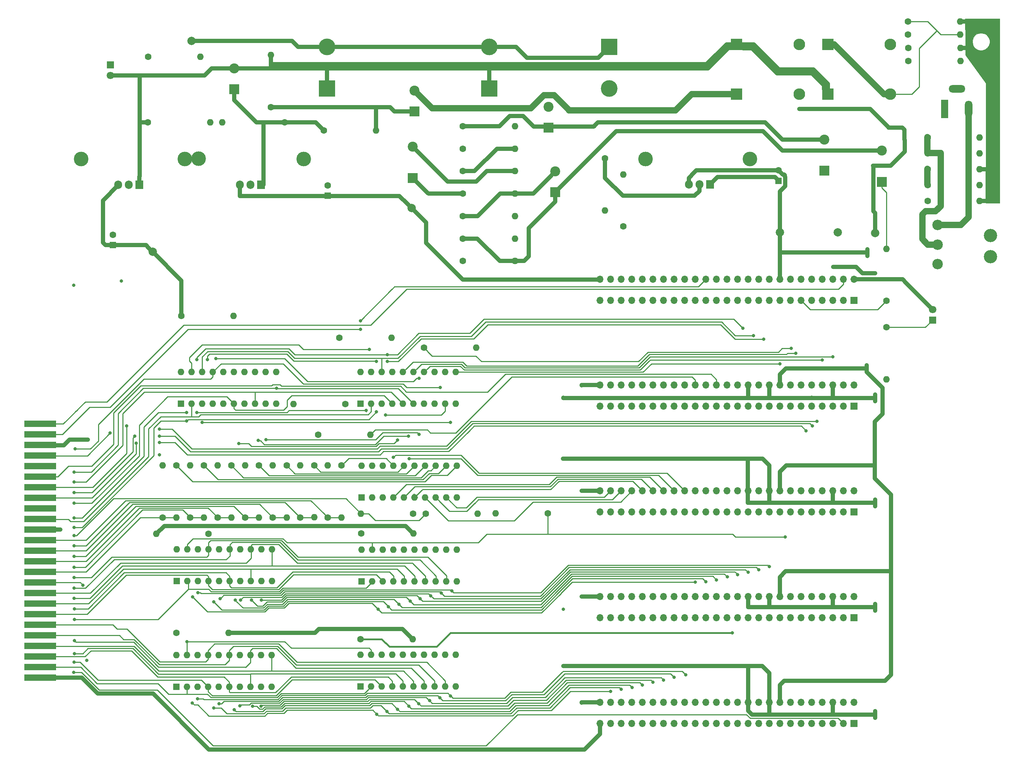
<source format=gbr>
G04 #@! TF.GenerationSoftware,KiCad,Pcbnew,5.1.8-5.1.8*
G04 #@! TF.CreationDate,2021-12-29T14:09:20-07:00*
G04 #@! TF.ProjectId,1090,31303930-2e6b-4696-9361-645f70636258,rev?*
G04 #@! TF.SameCoordinates,Original*
G04 #@! TF.FileFunction,Copper,L2,Bot*
G04 #@! TF.FilePolarity,Positive*
%FSLAX46Y46*%
G04 Gerber Fmt 4.6, Leading zero omitted, Abs format (unit mm)*
G04 Created by KiCad (PCBNEW 5.1.8-5.1.8) date 2021-12-29 14:09:20*
%MOMM*%
%LPD*%
G01*
G04 APERTURE LIST*
G04 #@! TA.AperFunction,ComponentPad*
%ADD10C,3.200000*%
G04 #@! TD*
G04 #@! TA.AperFunction,ComponentPad*
%ADD11C,2.524000*%
G04 #@! TD*
G04 #@! TA.AperFunction,ComponentPad*
%ADD12O,1.700000X1.700000*%
G04 #@! TD*
G04 #@! TA.AperFunction,ComponentPad*
%ADD13R,1.700000X1.700000*%
G04 #@! TD*
G04 #@! TA.AperFunction,ConnectorPad*
%ADD14R,7.620000X1.524000*%
G04 #@! TD*
G04 #@! TA.AperFunction,ComponentPad*
%ADD15O,4.000000X1.800000*%
G04 #@! TD*
G04 #@! TA.AperFunction,ComponentPad*
%ADD16O,1.800000X4.000000*%
G04 #@! TD*
G04 #@! TA.AperFunction,ComponentPad*
%ADD17R,1.800000X4.400000*%
G04 #@! TD*
G04 #@! TA.AperFunction,ComponentPad*
%ADD18C,1.600000*%
G04 #@! TD*
G04 #@! TA.AperFunction,ComponentPad*
%ADD19O,1.600000X1.600000*%
G04 #@! TD*
G04 #@! TA.AperFunction,ComponentPad*
%ADD20C,1.800000*%
G04 #@! TD*
G04 #@! TA.AperFunction,ComponentPad*
%ADD21R,1.800000X1.800000*%
G04 #@! TD*
G04 #@! TA.AperFunction,ComponentPad*
%ADD22O,2.800000X2.800000*%
G04 #@! TD*
G04 #@! TA.AperFunction,ComponentPad*
%ADD23R,2.800000X2.800000*%
G04 #@! TD*
G04 #@! TA.AperFunction,ComponentPad*
%ADD24R,1.600000X1.600000*%
G04 #@! TD*
G04 #@! TA.AperFunction,ComponentPad*
%ADD25R,2.400000X2.400000*%
G04 #@! TD*
G04 #@! TA.AperFunction,ComponentPad*
%ADD26C,2.400000*%
G04 #@! TD*
G04 #@! TA.AperFunction,ComponentPad*
%ADD27R,1.905000X2.000000*%
G04 #@! TD*
G04 #@! TA.AperFunction,ComponentPad*
%ADD28O,1.905000X2.000000*%
G04 #@! TD*
G04 #@! TA.AperFunction,ComponentPad*
%ADD29C,2.000000*%
G04 #@! TD*
G04 #@! TA.AperFunction,ComponentPad*
%ADD30R,4.000000X4.000000*%
G04 #@! TD*
G04 #@! TA.AperFunction,ComponentPad*
%ADD31C,4.000000*%
G04 #@! TD*
G04 #@! TA.AperFunction,ViaPad*
%ADD32C,0.800000*%
G04 #@! TD*
G04 #@! TA.AperFunction,ViaPad*
%ADD33C,3.500000*%
G04 #@! TD*
G04 #@! TA.AperFunction,Conductor*
%ADD34C,1.016000*%
G04 #@! TD*
G04 #@! TA.AperFunction,Conductor*
%ADD35C,0.250000*%
G04 #@! TD*
G04 #@! TA.AperFunction,Conductor*
%ADD36C,0.400000*%
G04 #@! TD*
G04 #@! TA.AperFunction,Conductor*
%ADD37C,1.524000*%
G04 #@! TD*
G04 #@! TA.AperFunction,Conductor*
%ADD38C,0.025400*%
G04 #@! TD*
G04 #@! TA.AperFunction,Conductor*
%ADD39C,0.100000*%
G04 #@! TD*
G04 APERTURE END LIST*
D10*
X532384000Y-183794400D03*
X532384000Y-178714400D03*
D11*
X519684000Y-185574401D03*
X519684000Y-180874401D03*
X519684000Y-176174400D03*
D12*
X438650000Y-290810000D03*
X438650000Y-295890000D03*
X441190000Y-290810000D03*
X441190000Y-295890000D03*
X443730000Y-290810000D03*
X443730000Y-295890000D03*
X446270000Y-290810000D03*
X446270000Y-295890000D03*
X448810000Y-290810000D03*
X448810000Y-295890000D03*
X451350000Y-290810000D03*
X451350000Y-295890000D03*
X453890000Y-290810000D03*
X453890000Y-295890000D03*
X456430000Y-290810000D03*
X456430000Y-295890000D03*
X458970000Y-290810000D03*
X458970000Y-295890000D03*
X461510000Y-290810000D03*
X461510000Y-295890000D03*
X464050000Y-290810000D03*
X464050000Y-295890000D03*
X466590000Y-290810000D03*
X466590000Y-295890000D03*
X469130000Y-290810000D03*
X469130000Y-295890000D03*
X471670000Y-290810000D03*
X471670000Y-295890000D03*
X474210000Y-290810000D03*
X474210000Y-295890000D03*
X476750000Y-290810000D03*
X476750000Y-295890000D03*
X479290000Y-290810000D03*
X479290000Y-295890000D03*
X481830000Y-290810000D03*
X481830000Y-295890000D03*
X484370000Y-290810000D03*
X484370000Y-295890000D03*
X486910000Y-290810000D03*
X486910000Y-295890000D03*
X489450000Y-290810000D03*
X489450000Y-295890000D03*
X491990000Y-290810000D03*
X491990000Y-295890000D03*
X494530000Y-290810000D03*
X494530000Y-295890000D03*
X497070000Y-290810000D03*
X497070000Y-295890000D03*
X499610000Y-290810000D03*
D13*
X499610000Y-295890000D03*
D12*
X438650000Y-189200000D03*
X438650000Y-194280000D03*
X441190000Y-189200000D03*
X441190000Y-194280000D03*
X443730000Y-189200000D03*
X443730000Y-194280000D03*
X446270000Y-189200000D03*
X446270000Y-194280000D03*
X448810000Y-189200000D03*
X448810000Y-194280000D03*
X451350000Y-189200000D03*
X451350000Y-194280000D03*
X453890000Y-189200000D03*
X453890000Y-194280000D03*
X456430000Y-189200000D03*
X456430000Y-194280000D03*
X458970000Y-189200000D03*
X458970000Y-194280000D03*
X461510000Y-189200000D03*
X461510000Y-194280000D03*
X464050000Y-189200000D03*
X464050000Y-194280000D03*
X466590000Y-189200000D03*
X466590000Y-194280000D03*
X469130000Y-189200000D03*
X469130000Y-194280000D03*
X471670000Y-189200000D03*
X471670000Y-194280000D03*
X474210000Y-189200000D03*
X474210000Y-194280000D03*
X476750000Y-189200000D03*
X476750000Y-194280000D03*
X479290000Y-189200000D03*
X479290000Y-194280000D03*
X481830000Y-189200000D03*
X481830000Y-194280000D03*
X484370000Y-189200000D03*
X484370000Y-194280000D03*
X486910000Y-189200000D03*
X486910000Y-194280000D03*
X489450000Y-189200000D03*
X489450000Y-194280000D03*
X491990000Y-189200000D03*
X491990000Y-194280000D03*
X494530000Y-189200000D03*
X494530000Y-194280000D03*
X497070000Y-189200000D03*
X497070000Y-194280000D03*
X499610000Y-189200000D03*
D13*
X499610000Y-194280000D03*
D12*
X438660000Y-214610000D03*
X438660000Y-219690000D03*
X441200000Y-214610000D03*
X441200000Y-219690000D03*
X443740000Y-214610000D03*
X443740000Y-219690000D03*
X446280000Y-214610000D03*
X446280000Y-219690000D03*
X448820000Y-214610000D03*
X448820000Y-219690000D03*
X451360000Y-214610000D03*
X451360000Y-219690000D03*
X453900000Y-214610000D03*
X453900000Y-219690000D03*
X456440000Y-214610000D03*
X456440000Y-219690000D03*
X458980000Y-214610000D03*
X458980000Y-219690000D03*
X461520000Y-214610000D03*
X461520000Y-219690000D03*
X464060000Y-214610000D03*
X464060000Y-219690000D03*
X466600000Y-214610000D03*
X466600000Y-219690000D03*
X469140000Y-214610000D03*
X469140000Y-219690000D03*
X471680000Y-214610000D03*
X471680000Y-219690000D03*
X474220000Y-214610000D03*
X474220000Y-219690000D03*
X476760000Y-214610000D03*
X476760000Y-219690000D03*
X479300000Y-214610000D03*
X479300000Y-219690000D03*
X481840000Y-214610000D03*
X481840000Y-219690000D03*
X484380000Y-214610000D03*
X484380000Y-219690000D03*
X486920000Y-214610000D03*
X486920000Y-219690000D03*
X489460000Y-214610000D03*
X489460000Y-219690000D03*
X492000000Y-214610000D03*
X492000000Y-219690000D03*
X494540000Y-214610000D03*
X494540000Y-219690000D03*
X497080000Y-214610000D03*
X497080000Y-219690000D03*
X499620000Y-214610000D03*
D13*
X499620000Y-219690000D03*
D12*
X438660000Y-240000000D03*
X438660000Y-245080000D03*
X441200000Y-240000000D03*
X441200000Y-245080000D03*
X443740000Y-240000000D03*
X443740000Y-245080000D03*
X446280000Y-240000000D03*
X446280000Y-245080000D03*
X448820000Y-240000000D03*
X448820000Y-245080000D03*
X451360000Y-240000000D03*
X451360000Y-245080000D03*
X453900000Y-240000000D03*
X453900000Y-245080000D03*
X456440000Y-240000000D03*
X456440000Y-245080000D03*
X458980000Y-240000000D03*
X458980000Y-245080000D03*
X461520000Y-240000000D03*
X461520000Y-245080000D03*
X464060000Y-240000000D03*
X464060000Y-245080000D03*
X466600000Y-240000000D03*
X466600000Y-245080000D03*
X469140000Y-240000000D03*
X469140000Y-245080000D03*
X471680000Y-240000000D03*
X471680000Y-245080000D03*
X474220000Y-240000000D03*
X474220000Y-245080000D03*
X476760000Y-240000000D03*
X476760000Y-245080000D03*
X479300000Y-240000000D03*
X479300000Y-245080000D03*
X481840000Y-240000000D03*
X481840000Y-245080000D03*
X484380000Y-240000000D03*
X484380000Y-245080000D03*
X486920000Y-240000000D03*
X486920000Y-245080000D03*
X489460000Y-240000000D03*
X489460000Y-245080000D03*
X492000000Y-240000000D03*
X492000000Y-245080000D03*
X494540000Y-240000000D03*
X494540000Y-245080000D03*
X497080000Y-240000000D03*
X497080000Y-245080000D03*
X499620000Y-240000000D03*
D13*
X499620000Y-245080000D03*
D12*
X438640000Y-265410000D03*
X438640000Y-270490000D03*
X441180000Y-265410000D03*
X441180000Y-270490000D03*
X443720000Y-265410000D03*
X443720000Y-270490000D03*
X446260000Y-265410000D03*
X446260000Y-270490000D03*
X448800000Y-265410000D03*
X448800000Y-270490000D03*
X451340000Y-265410000D03*
X451340000Y-270490000D03*
X453880000Y-265410000D03*
X453880000Y-270490000D03*
X456420000Y-265410000D03*
X456420000Y-270490000D03*
X458960000Y-265410000D03*
X458960000Y-270490000D03*
X461500000Y-265410000D03*
X461500000Y-270490000D03*
X464040000Y-265410000D03*
X464040000Y-270490000D03*
X466580000Y-265410000D03*
X466580000Y-270490000D03*
X469120000Y-265410000D03*
X469120000Y-270490000D03*
X471660000Y-265410000D03*
X471660000Y-270490000D03*
X474200000Y-265410000D03*
X474200000Y-270490000D03*
X476740000Y-265410000D03*
X476740000Y-270490000D03*
X479280000Y-265410000D03*
X479280000Y-270490000D03*
X481820000Y-265410000D03*
X481820000Y-270490000D03*
X484360000Y-265410000D03*
X484360000Y-270490000D03*
X486900000Y-265410000D03*
X486900000Y-270490000D03*
X489440000Y-265410000D03*
X489440000Y-270490000D03*
X491980000Y-265410000D03*
X491980000Y-270490000D03*
X494520000Y-265410000D03*
X494520000Y-270490000D03*
X497060000Y-265410000D03*
X497060000Y-270490000D03*
X499600000Y-265410000D03*
D13*
X499600000Y-270490000D03*
D14*
X304290000Y-239162900D03*
X304290000Y-246782900D03*
X304290000Y-236622900D03*
X304290000Y-241702900D03*
X304290000Y-244242900D03*
X304290000Y-231542900D03*
X304290000Y-229002900D03*
X304290000Y-223922900D03*
X304290000Y-234082900D03*
X304290000Y-226462900D03*
X304290000Y-284882900D03*
X304290000Y-282342900D03*
X304290000Y-279802900D03*
X304290000Y-277262900D03*
X304290000Y-274722900D03*
X304290000Y-272182900D03*
X304290000Y-269642900D03*
X304290000Y-267102900D03*
X304290000Y-264562900D03*
X304290000Y-262022900D03*
X304290000Y-259482900D03*
X304290000Y-256942900D03*
X304290000Y-254402900D03*
X304290000Y-251862900D03*
X304290000Y-249322900D03*
D15*
X524357000Y-143469000D03*
D16*
X527157000Y-148269000D03*
D17*
X521357000Y-148269000D03*
D18*
X393780000Y-245470000D03*
D19*
X381280000Y-245470000D03*
D20*
X321115000Y-140241000D03*
D21*
X321115000Y-137701000D03*
D20*
X518483000Y-196425000D03*
D21*
X518483000Y-198965000D03*
D22*
X508364000Y-132777000D03*
D23*
X493364000Y-132767000D03*
D22*
X486440000Y-132777000D03*
D23*
X471440000Y-132767000D03*
D22*
X508364000Y-144715000D03*
D23*
X493364000Y-144705000D03*
D18*
X439830000Y-160145000D03*
D19*
X439830000Y-172645000D03*
D18*
X512648000Y-133664000D03*
D19*
X525148000Y-133664000D03*
D18*
X517275000Y-162747000D03*
D19*
X529775000Y-162747000D03*
D18*
X512573000Y-127304000D03*
D19*
X525073000Y-127304000D03*
D18*
X336990000Y-274099000D03*
D19*
X349490000Y-274099000D03*
D18*
X344630000Y-250350000D03*
D19*
X332130000Y-250350000D03*
D18*
X338180000Y-198020000D03*
D19*
X350680000Y-198020000D03*
D18*
X381313000Y-250238999D03*
D19*
X393813000Y-250238999D03*
D18*
X377530000Y-219120000D03*
D19*
X365030000Y-219120000D03*
D18*
X517275000Y-170367000D03*
D19*
X529775000Y-170367000D03*
D18*
X517275000Y-155127000D03*
D19*
X529775000Y-155127000D03*
D18*
X376106000Y-203233000D03*
D19*
X388606000Y-203233000D03*
D18*
X381186000Y-275623000D03*
D19*
X393686000Y-275623000D03*
D24*
X381440000Y-261720000D03*
D19*
X404300000Y-254100000D03*
X383980000Y-261720000D03*
X401760000Y-254100000D03*
X386520000Y-261720000D03*
X399220000Y-254100000D03*
X389060000Y-261720000D03*
X396680000Y-254100000D03*
X391600000Y-261720000D03*
X394140000Y-254100000D03*
X394140000Y-261720000D03*
X391600000Y-254100000D03*
X396680000Y-261720000D03*
X389060000Y-254100000D03*
X399220000Y-261720000D03*
X386520000Y-254100000D03*
X401760000Y-261720000D03*
X383980000Y-254100000D03*
X404300000Y-261720000D03*
X381440000Y-254100000D03*
D24*
X381186000Y-219108000D03*
D19*
X404046000Y-211488000D03*
X383726000Y-219108000D03*
X401506000Y-211488000D03*
X386266000Y-219108000D03*
X398966000Y-211488000D03*
X388806000Y-219108000D03*
X396426000Y-211488000D03*
X391346000Y-219108000D03*
X393886000Y-211488000D03*
X393886000Y-219108000D03*
X391346000Y-211488000D03*
X396426000Y-219108000D03*
X388806000Y-211488000D03*
X398966000Y-219108000D03*
X386266000Y-211488000D03*
X401506000Y-219108000D03*
X383726000Y-211488000D03*
X404046000Y-219108000D03*
X381186000Y-211488000D03*
D24*
X481505000Y-165545000D03*
D18*
X481505000Y-163045000D03*
D25*
X350880000Y-143540000D03*
D26*
X350880000Y-138540000D03*
D18*
X507405000Y-194370000D03*
D19*
X507405000Y-181870000D03*
D18*
X507355000Y-200695000D03*
D19*
X507355000Y-213195000D03*
D18*
X330194000Y-135769000D03*
D19*
X342694000Y-135769000D03*
D18*
X396426000Y-205646000D03*
D19*
X408926000Y-205646000D03*
D18*
X371026000Y-226537500D03*
D19*
X383526000Y-226537500D03*
D18*
X336980000Y-233920000D03*
D19*
X336980000Y-246420000D03*
D18*
X343580000Y-233920000D03*
D19*
X343580000Y-246420000D03*
D18*
X350180000Y-233920000D03*
D19*
X350180000Y-246420000D03*
D18*
X356802000Y-233920000D03*
D19*
X356802000Y-246420000D03*
D18*
X363430000Y-233920000D03*
D19*
X363430000Y-246420000D03*
D18*
X370030000Y-233870000D03*
D19*
X370030000Y-246370000D03*
D18*
X376614000Y-233920000D03*
D19*
X376614000Y-246420000D03*
D18*
X426110000Y-245430000D03*
D19*
X413610000Y-245430000D03*
X347955000Y-151495000D03*
D18*
X362955000Y-151495000D03*
X512573000Y-130459000D03*
D19*
X525073000Y-130459000D03*
D18*
X512648000Y-136819000D03*
D19*
X525148000Y-136819000D03*
D18*
X517275000Y-166557000D03*
D19*
X529775000Y-166557000D03*
D18*
X517275000Y-158937000D03*
D19*
X529775000Y-158937000D03*
X337075000Y-254082000D03*
X359935000Y-261702000D03*
X339615000Y-254082000D03*
X357395000Y-261702000D03*
X342155000Y-254082000D03*
X354855000Y-261702000D03*
X344695000Y-254082000D03*
X352315000Y-261702000D03*
X347235000Y-254082000D03*
X349775000Y-261702000D03*
X349775000Y-254082000D03*
X347235000Y-261702000D03*
X352315000Y-254082000D03*
X344695000Y-261702000D03*
X354855000Y-254082000D03*
X342155000Y-261702000D03*
X357395000Y-254082000D03*
X339615000Y-261702000D03*
X359935000Y-254082000D03*
D24*
X337075000Y-261702000D03*
D19*
X381186000Y-279392001D03*
X404046000Y-287012001D03*
X383726000Y-279392001D03*
X401506000Y-287012001D03*
X386266000Y-279392001D03*
X398966000Y-287012001D03*
X388806000Y-279392001D03*
X396426000Y-287012001D03*
X391346000Y-279392001D03*
X393886000Y-287012001D03*
X393886000Y-279392001D03*
X391346000Y-287012001D03*
X396426000Y-279392001D03*
X388806000Y-287012001D03*
X398966000Y-279392001D03*
X386266000Y-287012001D03*
X401506000Y-279392001D03*
X383726000Y-287012001D03*
X404046000Y-279392001D03*
D24*
X381186000Y-287012001D03*
D19*
X381440000Y-233967000D03*
X404300000Y-241587000D03*
X383980000Y-233967000D03*
X401760000Y-241587000D03*
X386520000Y-233967000D03*
X399220000Y-241587000D03*
X389060000Y-233967000D03*
X396680000Y-241587000D03*
X391600000Y-233967000D03*
X394140000Y-241587000D03*
X394140000Y-233967000D03*
X391600000Y-241587000D03*
X396680000Y-233967000D03*
X389060000Y-241587000D03*
X399220000Y-233967000D03*
X386520000Y-241587000D03*
X401760000Y-233967000D03*
X383980000Y-241587000D03*
X404300000Y-233967000D03*
D24*
X381440000Y-241587000D03*
X338091000Y-219108000D03*
D19*
X360951000Y-211488000D03*
X340631000Y-219108000D03*
X358411000Y-211488000D03*
X343171000Y-219108000D03*
X355871000Y-211488000D03*
X345711000Y-219108000D03*
X353331000Y-211488000D03*
X348251000Y-219108000D03*
X350791000Y-211488000D03*
X350791000Y-219108000D03*
X348251000Y-211488000D03*
X353331000Y-219108000D03*
X345711000Y-211488000D03*
X355871000Y-219108000D03*
X343171000Y-211488000D03*
X358411000Y-219108000D03*
X340631000Y-211488000D03*
X360951000Y-219108000D03*
X338091000Y-211488000D03*
D27*
X465030000Y-166420000D03*
D28*
X462490000Y-166420000D03*
X459950000Y-166420000D03*
D27*
X328100000Y-166530000D03*
D28*
X325560000Y-166530000D03*
X323020000Y-166530000D03*
X352180000Y-166500000D03*
X354720000Y-166500000D03*
D27*
X357260000Y-166500000D03*
D18*
X330067000Y-151517000D03*
D19*
X345067000Y-151517000D03*
X359658000Y-135334000D03*
D18*
X359658000Y-147834000D03*
D19*
X336996000Y-279433000D03*
X359856000Y-287053000D03*
X339536000Y-279433000D03*
X357316000Y-287053000D03*
X342076000Y-279433000D03*
X354776000Y-287053000D03*
X344616000Y-279433000D03*
X352236000Y-287053000D03*
X347156000Y-279433000D03*
X349696000Y-287053000D03*
X349696000Y-279433000D03*
X347156000Y-287053000D03*
X352236000Y-279433000D03*
X344616000Y-287053000D03*
X354776000Y-279433000D03*
X342076000Y-287053000D03*
X357316000Y-279433000D03*
X339536000Y-287053000D03*
X359856000Y-279433000D03*
D24*
X336996000Y-287053000D03*
D26*
X394075000Y-143850000D03*
D25*
X394075000Y-148850000D03*
X426271000Y-152814000D03*
D26*
X426271000Y-147814000D03*
X427922000Y-163308000D03*
D25*
X427922000Y-168308000D03*
X393694000Y-164852000D03*
D26*
X393694000Y-157352000D03*
D24*
X373260000Y-169160000D03*
D18*
X373260000Y-166660000D03*
X321750000Y-178508000D03*
D24*
X321750000Y-181008000D03*
D19*
X384858000Y-153422000D03*
D18*
X372358000Y-153422000D03*
D19*
X444255000Y-164020000D03*
D18*
X444255000Y-176520000D03*
D19*
X418197000Y-184818000D03*
D18*
X405697000Y-184818000D03*
D19*
X418197000Y-152433000D03*
D18*
X405697000Y-152433000D03*
X405697000Y-179420500D03*
D19*
X418197000Y-179420500D03*
D18*
X405697000Y-157830500D03*
D19*
X418197000Y-157830500D03*
D18*
X405697000Y-168625500D03*
D19*
X418197000Y-168625500D03*
D18*
X405697000Y-163228000D03*
D19*
X418197000Y-163228000D03*
D18*
X405697000Y-174023000D03*
D19*
X418197000Y-174023000D03*
D18*
X333688000Y-246413000D03*
D19*
X333688000Y-233913000D03*
X340292000Y-233913000D03*
D18*
X340292000Y-246413000D03*
X346896000Y-246413000D03*
D19*
X346896000Y-233913000D03*
X353500000Y-233913000D03*
D18*
X353500000Y-246413000D03*
X360104000Y-246413000D03*
D19*
X360104000Y-233913000D03*
X366708000Y-233913000D03*
D18*
X366708000Y-246413000D03*
D19*
X373312000Y-233913000D03*
D18*
X373312000Y-246413000D03*
D19*
X409280000Y-245513000D03*
D18*
X396780000Y-245513000D03*
D29*
X393440000Y-172091000D03*
X495680000Y-177930000D03*
X331275000Y-182620000D03*
X481850000Y-177920000D03*
X340608000Y-131959000D03*
X504690000Y-178070000D03*
D30*
X412047000Y-143416000D03*
D31*
X412047000Y-133416000D03*
D30*
X373120000Y-143389000D03*
D31*
X373120000Y-133389000D03*
D25*
X506262000Y-165809000D03*
D26*
X506262000Y-158309000D03*
X492530000Y-155645000D03*
D25*
X492530000Y-163145000D03*
D31*
X440876000Y-143383000D03*
D30*
X440876000Y-133383000D03*
D23*
X471440000Y-144705000D03*
D22*
X486440000Y-144715000D03*
D32*
X315425400Y-280700000D03*
X332930000Y-231370000D03*
X323790000Y-189630000D03*
X312300000Y-190610000D03*
D33*
X449592700Y-160286700D03*
X474611700Y-160286700D03*
D32*
X312432700Y-246510000D03*
X339430000Y-221170000D03*
X341880000Y-221170000D03*
X382480000Y-220720000D03*
X384980000Y-208920000D03*
X344429998Y-208520000D03*
X341880000Y-208520000D03*
X384980000Y-221020000D03*
X387580000Y-208920000D03*
X387580000Y-207270000D03*
X309116000Y-249326400D03*
X383280000Y-206070000D03*
X339430000Y-223244990D03*
X504675000Y-216900000D03*
X504675000Y-218450000D03*
X504645000Y-242125000D03*
X504645000Y-243675000D03*
X504680000Y-267190000D03*
X504680000Y-268740000D03*
X504680000Y-294485000D03*
X504680000Y-292935000D03*
X486480000Y-148320000D03*
X494530000Y-186240000D03*
X504690000Y-187770000D03*
X315705000Y-227720000D03*
X429780000Y-232310000D03*
X429800000Y-217650000D03*
X429800000Y-268400000D03*
X429800000Y-282050000D03*
X477970000Y-203570000D03*
X472940000Y-200930000D03*
D33*
X338988400Y-160274000D03*
X342290400Y-160261300D03*
X367499900Y-160286700D03*
X314071000Y-160274000D03*
D32*
X314510000Y-262647590D03*
X312407300Y-248749998D03*
X434213000Y-290830000D03*
X434213000Y-214630000D03*
X434213000Y-265403000D03*
X434213000Y-239983000D03*
X470398800Y-274113300D03*
X502690000Y-209875000D03*
X502690000Y-211425000D03*
X502780000Y-183560000D03*
X502780000Y-181980000D03*
X392830000Y-232270000D03*
X389030000Y-231970000D03*
X475476800Y-202700000D03*
X483098400Y-251100000D03*
X339536000Y-276187800D03*
X390080000Y-227820000D03*
X351929982Y-228620000D03*
X485640000Y-206930000D03*
X332930000Y-228370000D03*
X488110000Y-225560000D03*
X327304963Y-228583163D03*
X321070000Y-226120000D03*
X332930000Y-225170000D03*
X490700000Y-223320000D03*
X340810000Y-290940000D03*
X385070000Y-293650000D03*
X441200000Y-288150000D03*
X345939990Y-292160010D03*
X387530000Y-293010000D03*
X443728820Y-287660000D03*
X350860005Y-292604990D03*
X390060000Y-292440000D03*
X446327820Y-287230000D03*
X392790000Y-291720000D03*
X355250002Y-291704990D03*
X448806820Y-286640000D03*
X395150000Y-291099994D03*
X357310000Y-291704997D03*
X451375820Y-285930000D03*
X397710000Y-290390000D03*
X352220000Y-291660000D03*
X453924820Y-285420000D03*
X400230000Y-289710000D03*
X347170000Y-291140000D03*
X456420000Y-284760000D03*
X402776000Y-289262800D03*
X342080000Y-289940000D03*
X459208220Y-284170000D03*
X385380000Y-268440000D03*
X340880004Y-265490004D03*
X461540000Y-261900000D03*
X387840000Y-267800000D03*
X345950002Y-266660000D03*
X464050000Y-261790000D03*
X390370000Y-267230000D03*
X351070000Y-266244990D03*
X466610000Y-261380000D03*
X393100000Y-266510000D03*
X355030000Y-266244988D03*
X469170000Y-260670000D03*
X395460000Y-265889994D03*
X357399998Y-266244988D03*
X471690000Y-260110000D03*
X398020000Y-265180000D03*
X352339998Y-266244990D03*
X474220000Y-259570000D03*
X400540000Y-264500000D03*
X347480012Y-265930012D03*
X476760000Y-258990000D03*
X403086000Y-264052800D03*
X342155008Y-264479960D03*
X479310000Y-258200000D03*
X402780000Y-223570000D03*
X481850000Y-209510000D03*
X343171000Y-223594990D03*
X395180000Y-212970000D03*
X346480000Y-208220000D03*
X325030000Y-224420000D03*
X484522820Y-205804990D03*
X332930000Y-226870000D03*
X489580000Y-224410000D03*
X326979952Y-226870000D03*
X312420000Y-240436400D03*
X395179994Y-226420000D03*
X358430000Y-227744990D03*
X491990000Y-208560000D03*
X392630000Y-226870000D03*
X356630000Y-227920000D03*
X494560000Y-207820000D03*
X312293000Y-283565602D03*
X312420008Y-237871000D03*
X360980000Y-215370000D03*
X312432702Y-235458000D03*
X312420000Y-242976400D03*
X400280000Y-215220000D03*
X312630000Y-229930000D03*
X387180000Y-221820000D03*
X312420000Y-281101800D03*
X312477400Y-279068690D03*
X312470800Y-275945600D03*
X312470000Y-270878300D03*
X312458100Y-268312900D03*
X312407300Y-265823700D03*
X312407300Y-263372600D03*
X312432700Y-260781800D03*
X312432698Y-258318000D03*
X312432700Y-255701800D03*
X312432702Y-253212600D03*
X312407300Y-250698000D03*
X381130000Y-201170000D03*
X381130000Y-199170000D03*
X506262000Y-165809000D03*
D34*
X360789370Y-147834000D02*
X360800370Y-147845000D01*
X359658000Y-147834000D02*
X360789370Y-147834000D01*
X389285000Y-148850000D02*
X394075000Y-148850000D01*
X388280000Y-147845000D02*
X389285000Y-148850000D01*
X384855000Y-152287630D02*
X384855000Y-147845000D01*
X384858000Y-153422000D02*
X384858000Y-152290630D01*
X360800370Y-147845000D02*
X384855000Y-147845000D01*
X384858000Y-152290630D02*
X384855000Y-152287630D01*
X384855000Y-147845000D02*
X388280000Y-147845000D01*
X328100000Y-164514000D02*
X328130000Y-164484000D01*
X328100000Y-166530000D02*
X328100000Y-164514000D01*
X328076000Y-140241000D02*
X321115000Y-140241000D01*
X328130000Y-140295000D02*
X328076000Y-140241000D01*
X328932630Y-151520000D02*
X328130000Y-151520000D01*
X330067000Y-151517000D02*
X328935630Y-151517000D01*
X328935630Y-151517000D02*
X328932630Y-151520000D01*
X328130000Y-164484000D02*
X328130000Y-151520000D01*
X493364000Y-142289000D02*
X492470000Y-141395000D01*
X493364000Y-144705000D02*
X493364000Y-142289000D01*
X492470000Y-141395000D02*
X492455000Y-141395000D01*
X492455000Y-141395000D02*
X489855000Y-138795000D01*
X489855000Y-138795000D02*
X481580000Y-138795000D01*
X475552000Y-132767000D02*
X471440000Y-132767000D01*
X481580000Y-138795000D02*
X475552000Y-132767000D01*
X352502056Y-138545000D02*
X350805000Y-138545000D01*
X373105000Y-140358000D02*
X373105000Y-138545000D01*
X373120000Y-140373000D02*
X373105000Y-140358000D01*
X373120000Y-143389000D02*
X373120000Y-140373000D01*
X517583001Y-195525001D02*
X517583001Y-195523001D01*
X518483000Y-196425000D02*
X517583001Y-195525001D01*
X517583001Y-195523001D02*
X512139991Y-190079991D01*
X359680000Y-136487370D02*
X359680000Y-138545000D01*
X359658000Y-136465370D02*
X359680000Y-136487370D01*
X359658000Y-135334000D02*
X359658000Y-136465370D01*
X373105000Y-138545000D02*
X359680000Y-138545000D01*
X359680000Y-138545000D02*
X352502056Y-138545000D01*
X328130000Y-151520000D02*
X328130000Y-141520000D01*
X328130000Y-141520000D02*
X328130000Y-140295000D01*
X350805000Y-138545000D02*
X345455000Y-138545000D01*
X328180000Y-140245000D02*
X328130000Y-140295000D01*
X343755000Y-140245000D02*
X328180000Y-140245000D01*
X345455000Y-138545000D02*
X343755000Y-140245000D01*
X489305000Y-139770000D02*
X481180000Y-139770000D01*
X489455000Y-139620000D02*
X489305000Y-139770000D01*
X492430000Y-142595000D02*
X489455000Y-139620000D01*
X493364000Y-144454000D02*
X492430000Y-143520000D01*
X481180000Y-139770000D02*
X475155000Y-133745000D01*
X492430000Y-143520000D02*
X492430000Y-142595000D01*
X493364000Y-144705000D02*
X493364000Y-144454000D01*
X475155000Y-133745000D02*
X473055000Y-133745000D01*
X360230000Y-137545000D02*
X360105000Y-137670000D01*
X464246000Y-137545000D02*
X360230000Y-137545000D01*
X471440000Y-132767000D02*
X469024000Y-132767000D01*
X469024000Y-132767000D02*
X464246000Y-137545000D01*
X411955000Y-138545000D02*
X373105000Y-138545000D01*
X412047000Y-143416000D02*
X412047000Y-138637000D01*
X412047000Y-138637000D02*
X411955000Y-138545000D01*
X511260000Y-189200000D02*
X499610000Y-189200000D01*
X512170000Y-190110000D02*
X511260000Y-189200000D01*
X345490000Y-138520000D02*
X345480000Y-138530000D01*
X464580000Y-138520000D02*
X345490000Y-138520000D01*
X469470000Y-133630000D02*
X464580000Y-138520000D01*
X470577000Y-133630000D02*
X469470000Y-133630000D01*
X471440000Y-132767000D02*
X470577000Y-133630000D01*
D35*
X341880000Y-221170000D02*
X363530000Y-221170000D01*
X363530000Y-221170000D02*
X363980000Y-220720000D01*
X363980000Y-220720000D02*
X382480000Y-220720000D01*
X382480000Y-221020000D02*
X382480000Y-220720000D01*
X340631000Y-209371000D02*
X340631000Y-211488000D01*
X367430000Y-206070000D02*
X366330000Y-204970000D01*
X383280000Y-206070000D02*
X367430000Y-206070000D01*
X366330000Y-204970000D02*
X343130000Y-204970000D01*
X340130000Y-207970000D02*
X340130000Y-208870000D01*
X343130000Y-204970000D02*
X340130000Y-207970000D01*
X340130000Y-208870000D02*
X340631000Y-209371000D01*
X343964315Y-205870000D02*
X363980000Y-205870000D01*
X341880000Y-208520000D02*
X341880000Y-207954315D01*
X365380000Y-207270000D02*
X387580000Y-207270000D01*
X363980000Y-205870000D02*
X365380000Y-207270000D01*
X341880000Y-207954315D02*
X343964315Y-205870000D01*
X344930000Y-207170000D02*
X344429998Y-207670002D01*
X363430000Y-207170000D02*
X344930000Y-207170000D01*
X344429998Y-207670002D02*
X344429998Y-208520000D01*
X365130000Y-208870000D02*
X363430000Y-207170000D01*
X384980000Y-208920000D02*
X384930000Y-208870000D01*
X384930000Y-208870000D02*
X365130000Y-208870000D01*
X339829999Y-222844991D02*
X339430000Y-223244990D01*
X384980000Y-221020000D02*
X383155009Y-222844991D01*
X383155009Y-222844991D02*
X339829999Y-222844991D01*
D34*
X474210000Y-290810000D02*
X474210000Y-282064618D01*
X477600000Y-282060000D02*
X474950000Y-282060000D01*
X479260000Y-283720000D02*
X477610000Y-282070000D01*
X479270000Y-290812708D02*
X479270000Y-283720000D01*
X489380000Y-217720000D02*
X489444337Y-217655663D01*
X483250000Y-217700000D02*
X496100000Y-217700000D01*
X494538000Y-267854337D02*
X494538000Y-265845241D01*
X483380000Y-293760000D02*
X496230000Y-293760000D01*
X504675000Y-218450000D02*
X504675000Y-216900000D01*
X504680000Y-268740000D02*
X504680000Y-267190000D01*
X504680000Y-294485000D02*
X504680000Y-292935000D01*
X496230000Y-293760000D02*
X504130000Y-293760000D01*
X340608000Y-131959000D02*
X364719000Y-131959000D01*
X366149000Y-133389000D02*
X373120000Y-133389000D01*
X364719000Y-131959000D02*
X366149000Y-133389000D01*
X531682000Y-162747000D02*
X529775000Y-162747000D01*
X531730000Y-162795000D02*
X531682000Y-162843000D01*
X531705000Y-162745000D02*
X531705000Y-170345000D01*
X531505000Y-127320000D02*
X532680000Y-128495000D01*
X525148000Y-133664000D02*
X526279370Y-133664000D01*
X486480000Y-148320000D02*
X503505000Y-148320000D01*
X503505000Y-148320000D02*
X507905000Y-152720000D01*
X391233000Y-273170000D02*
X393686000Y-275623000D01*
X371180000Y-273170000D02*
X391233000Y-273170000D01*
X370255000Y-274095000D02*
X371180000Y-273170000D01*
X349490000Y-274099000D02*
X350621370Y-274099000D01*
X350625370Y-274095000D02*
X370255000Y-274095000D01*
X350621370Y-274099000D02*
X350625370Y-274095000D01*
D35*
X407395000Y-202170000D02*
X410795000Y-198770000D01*
X395130000Y-202170000D02*
X407395000Y-202170000D01*
X387580000Y-207270000D02*
X390030000Y-207270000D01*
X390030000Y-207270000D02*
X395130000Y-202170000D01*
X410680000Y-198870000D02*
X410833999Y-198716001D01*
X411730000Y-200070000D02*
X411930000Y-200070000D01*
X408330000Y-203470000D02*
X411730000Y-200070000D01*
X395680000Y-203470000D02*
X408330000Y-203470000D01*
X387580000Y-208920000D02*
X390230000Y-208920000D01*
X390230000Y-208920000D02*
X395680000Y-203470000D01*
D34*
X477710000Y-232283000D02*
X474410000Y-232283000D01*
D35*
X411905000Y-200070000D02*
X467580000Y-200070000D01*
D34*
X504645000Y-243675000D02*
X504645000Y-242125000D01*
X496100000Y-217700000D02*
X504625000Y-217700000D01*
X466804999Y-164645001D02*
X465030000Y-166420000D01*
X481480000Y-165445000D02*
X480680001Y-164645001D01*
X480680001Y-164645001D02*
X466804999Y-164645001D01*
X438214000Y-136045000D02*
X440876000Y-133383000D01*
X421155000Y-136045000D02*
X438214000Y-136045000D01*
X373120000Y-133389000D02*
X418499000Y-133389000D01*
X418499000Y-133389000D02*
X421155000Y-136045000D01*
X311330000Y-227720000D02*
X315705000Y-227720000D01*
X311270000Y-227780000D02*
X311330000Y-227720000D01*
X531693000Y-170367000D02*
X531800000Y-170260000D01*
X529775000Y-170367000D02*
X531693000Y-170367000D01*
X526934000Y-127304000D02*
X526940000Y-127310000D01*
X525073000Y-127304000D02*
X526934000Y-127304000D01*
X479290000Y-265420000D02*
X479280000Y-265410000D01*
X474190000Y-267930000D02*
X474190000Y-265410000D01*
X496230000Y-267940000D02*
X504680000Y-267940000D01*
X474190000Y-267930000D02*
X474200000Y-267940000D01*
X474200000Y-267940000D02*
X496230000Y-267940000D01*
X479280000Y-267930000D02*
X479280000Y-265420000D01*
X494540000Y-242770000D02*
X494540000Y-240000000D01*
X474170000Y-242850000D02*
X474150000Y-242830000D01*
X504620000Y-242850000D02*
X474170000Y-242850000D01*
X479280000Y-233853000D02*
X477710000Y-232283000D01*
X474150000Y-242850000D02*
X474150000Y-232283000D01*
X479290000Y-242844000D02*
X479290000Y-233900000D01*
X429807000Y-232283000D02*
X429780000Y-232310000D01*
X474345000Y-232283000D02*
X429807000Y-232283000D01*
X494540000Y-217690000D02*
X494540000Y-214610000D01*
X494520000Y-217710000D02*
X494540000Y-217690000D01*
X479300000Y-217650000D02*
X479300000Y-214610000D01*
X479290000Y-217660000D02*
X479300000Y-217650000D01*
X474220000Y-217473600D02*
X474220000Y-214610000D01*
X474211800Y-217481800D02*
X474220000Y-217473600D01*
X429870000Y-217720000D02*
X429800000Y-217650000D01*
X483280000Y-217690000D02*
X429850000Y-217690000D01*
X504280000Y-162040000D02*
X504280000Y-172840000D01*
X504160000Y-161920000D02*
X504280000Y-162040000D01*
X508380000Y-161920000D02*
X504160000Y-161920000D01*
X504280000Y-172840000D02*
X504690000Y-173250000D01*
X511230000Y-152745000D02*
X511730000Y-153245000D01*
X504690000Y-173250000D02*
X504690000Y-178070000D01*
X507930000Y-152745000D02*
X511230000Y-152745000D01*
X511730000Y-153245000D02*
X511730000Y-155664842D01*
X511730000Y-155664842D02*
X511780000Y-155714842D01*
X511780000Y-155714842D02*
X511780000Y-158520000D01*
X511780000Y-158520000D02*
X508380000Y-161920000D01*
X501650000Y-187770000D02*
X504690000Y-187770000D01*
X500110000Y-186230000D02*
X501650000Y-187770000D01*
X494640000Y-186230000D02*
X500110000Y-186230000D01*
D35*
X470726001Y-198716001D02*
X472940000Y-200930000D01*
X410830000Y-198716001D02*
X470726001Y-198716001D01*
X471080000Y-203570000D02*
X477970000Y-203570000D01*
X466980000Y-200070000D02*
X467580000Y-200070000D01*
X467580000Y-200070000D02*
X471080000Y-203570000D01*
D34*
X475120000Y-293760000D02*
X483360000Y-293760000D01*
X474210000Y-292780000D02*
X474210000Y-290810000D01*
X474230000Y-292860000D02*
X475130000Y-293760000D01*
X479270000Y-293740000D02*
X479270000Y-290770000D01*
X494530000Y-293750000D02*
X494530000Y-290810000D01*
X429810000Y-282060000D02*
X429800000Y-282050000D01*
X474880000Y-282060000D02*
X429810000Y-282060000D01*
X392662631Y-249088630D02*
X391994001Y-248420000D01*
X334060000Y-248420000D02*
X332130000Y-250350000D01*
X391994001Y-248420000D02*
X334060000Y-248420000D01*
X393799799Y-250238999D02*
X392734800Y-249174000D01*
X393813000Y-250238999D02*
X393799799Y-250238999D01*
X309112500Y-249322900D02*
X309116000Y-249326400D01*
X304290000Y-249322900D02*
X309112500Y-249322900D01*
X304304700Y-229057200D02*
X308243200Y-229057200D01*
X309982800Y-229057200D02*
X311320000Y-227720000D01*
X308229000Y-229057200D02*
X309982800Y-229057200D01*
D35*
X304292000Y-262026400D02*
X313888810Y-262026400D01*
X313888810Y-262026400D02*
X314510000Y-262647590D01*
X333205010Y-223244990D02*
X331530000Y-224920000D01*
X331530000Y-224920000D02*
X331530000Y-231550000D01*
X339430000Y-223244990D02*
X333205010Y-223244990D01*
X331530000Y-231550000D02*
X314330002Y-248749998D01*
X314330002Y-248749998D02*
X312670042Y-248749998D01*
X314350000Y-246510000D02*
X312432700Y-246510000D01*
X329130000Y-231730000D02*
X314350000Y-246510000D01*
X329130000Y-224670000D02*
X329130000Y-231730000D01*
X332630000Y-221170000D02*
X329130000Y-224670000D01*
X339430000Y-221170000D02*
X332630000Y-221170000D01*
D34*
X419328370Y-184818000D02*
X419349370Y-184797000D01*
X418197000Y-184818000D02*
X419328370Y-184818000D01*
X419349370Y-184797000D02*
X420451000Y-184797000D01*
X420451000Y-184797000D02*
X421551000Y-183697000D01*
X421551000Y-183697000D02*
X421551000Y-176947000D01*
X414597000Y-184818000D02*
X418197000Y-184818000D01*
X405697000Y-179420500D02*
X409199500Y-179420500D01*
X409199500Y-179420500D02*
X414597000Y-184818000D01*
X427922000Y-170594000D02*
X427922000Y-168308000D01*
X421572000Y-176944000D02*
X427922000Y-170594000D01*
X427922000Y-168268000D02*
X442545000Y-153645000D01*
X427922000Y-168308000D02*
X427922000Y-168268000D01*
X442545000Y-153645000D02*
X477730000Y-153645000D01*
X477730000Y-153645000D02*
X482230000Y-158145000D01*
X506248000Y-158295000D02*
X506262000Y-158309000D01*
X482155000Y-158070000D02*
X482380000Y-158295000D01*
X482380000Y-158295000D02*
X506248000Y-158295000D01*
X416928000Y-150020000D02*
X417508000Y-150020000D01*
X414526000Y-152422000D02*
X416928000Y-150020000D01*
X406839370Y-152422000D02*
X414526000Y-152422000D01*
X405697000Y-152433000D02*
X406828370Y-152433000D01*
X406828370Y-152433000D02*
X406839370Y-152422000D01*
X417000000Y-150020000D02*
X420048000Y-150020000D01*
X437126000Y-152560000D02*
X437253000Y-152433000D01*
X420149000Y-150020000D02*
X422689000Y-152560000D01*
X422689000Y-152560000D02*
X437126000Y-152560000D01*
X482455000Y-155645000D02*
X492530000Y-155645000D01*
X478305000Y-151495000D02*
X482455000Y-155645000D01*
X437193000Y-152433000D02*
X438131000Y-151495000D01*
X438131000Y-151495000D02*
X478305000Y-151495000D01*
X393694000Y-164852000D02*
X393694000Y-164859000D01*
X393694000Y-164859000D02*
X397333500Y-168498500D01*
X397455500Y-168625500D02*
X405697000Y-168625500D01*
X397390000Y-168560000D02*
X397455500Y-168625500D01*
X413917500Y-157830500D02*
X418197000Y-157830500D01*
X405697000Y-163228000D02*
X408520000Y-163228000D01*
X408520000Y-163228000D02*
X413917500Y-157830500D01*
X414672500Y-168625500D02*
X418197000Y-168625500D01*
X409276000Y-174022000D02*
X414672500Y-168625500D01*
X405697000Y-174023000D02*
X406828370Y-174023000D01*
X406829370Y-174022000D02*
X409276000Y-174022000D01*
X406828370Y-174023000D02*
X406829370Y-174022000D01*
X426171000Y-165059000D02*
X427922000Y-163308000D01*
X418197000Y-168625500D02*
X422604500Y-168625500D01*
X422604500Y-168625500D02*
X426171000Y-165059000D01*
X402037000Y-165695000D02*
X393694000Y-157352000D01*
X462490000Y-168010000D02*
X462490000Y-166420000D01*
X461355000Y-169145000D02*
X462490000Y-168010000D01*
X444130000Y-169145000D02*
X461355000Y-169145000D01*
X439830000Y-160145000D02*
X439830000Y-164845000D01*
X439830000Y-164845000D02*
X444130000Y-169145000D01*
X402170000Y-165750000D02*
X402120000Y-165700000D01*
X408898000Y-165750000D02*
X402170000Y-165750000D01*
X411426000Y-163222000D02*
X408898000Y-165750000D01*
X417059630Y-163222000D02*
X411426000Y-163222000D01*
X418197000Y-163228000D02*
X417065630Y-163228000D01*
X417065630Y-163228000D02*
X417059630Y-163222000D01*
X370431000Y-151495000D02*
X372358000Y-153422000D01*
X362955000Y-151495000D02*
X370431000Y-151495000D01*
X350805000Y-143545000D02*
X350805000Y-146145000D01*
X350805000Y-146145000D02*
X356155000Y-151495000D01*
X357880000Y-151545000D02*
X357930000Y-151495000D01*
X357880000Y-166503000D02*
X357880000Y-151545000D01*
X356155000Y-151495000D02*
X357930000Y-151495000D01*
X357930000Y-151495000D02*
X362955000Y-151495000D01*
X390480000Y-169170000D02*
X370580000Y-169170000D01*
X393440000Y-172091000D02*
X392440001Y-171091001D01*
X392401001Y-171091001D02*
X390480000Y-169170000D01*
X392440001Y-171091001D02*
X392401001Y-171091001D01*
X352200000Y-169170000D02*
X352180000Y-169190000D01*
X370580000Y-169170000D02*
X352200000Y-169170000D01*
X352180000Y-169190000D02*
X352180000Y-166503000D01*
X434233000Y-290810000D02*
X434213000Y-290830000D01*
X438643328Y-290810000D02*
X434233000Y-290810000D01*
X434233000Y-214610000D02*
X434213000Y-214630000D01*
X438668078Y-214610000D02*
X434233000Y-214610000D01*
X434220000Y-265410000D02*
X434213000Y-265403000D01*
X438640000Y-265410000D02*
X434220000Y-265410000D01*
X434230000Y-240000000D02*
X434213000Y-239983000D01*
X438660000Y-240000000D02*
X434230000Y-240000000D01*
X438650000Y-189200000D02*
X438570000Y-189280000D01*
X438570000Y-189280000D02*
X407220000Y-189280000D01*
X407590000Y-189280000D02*
X405690000Y-189280000D01*
X396905000Y-175556000D02*
X393440000Y-172091000D01*
X396905000Y-180495000D02*
X396905000Y-175556000D01*
X405690000Y-189280000D02*
X396905000Y-180495000D01*
X338180000Y-198020000D02*
X338180000Y-189520000D01*
X331280000Y-182620000D02*
X331275000Y-182620000D01*
X338180000Y-189520000D02*
X331280000Y-182620000D01*
X329643000Y-181008000D02*
X321750000Y-181008000D01*
X330255001Y-181620001D02*
X329643000Y-181008000D01*
X331275000Y-182620000D02*
X330275001Y-181620001D01*
X330275001Y-181620001D02*
X330255001Y-181620001D01*
X323020000Y-166577500D02*
X323020000Y-166530000D01*
X319327500Y-170270000D02*
X323020000Y-166577500D01*
X319330000Y-170270000D02*
X319327500Y-170270000D01*
X321750000Y-181008000D02*
X319934000Y-181008000D01*
X319330000Y-180404000D02*
X319330000Y-170270000D01*
X319934000Y-181008000D02*
X319330000Y-180404000D01*
D36*
X402780500Y-274116800D02*
X470357200Y-274116800D01*
X399478500Y-277418800D02*
X402780500Y-274116800D01*
X388061200Y-277418800D02*
X399478500Y-277418800D01*
X386265400Y-275623000D02*
X388061200Y-277418800D01*
X381186000Y-275623000D02*
X386265400Y-275623000D01*
D34*
X502690000Y-211425000D02*
X502690000Y-209875000D01*
X502780000Y-182760000D02*
X502780000Y-183560000D01*
X481820000Y-260690000D02*
X483220000Y-259290000D01*
X481820000Y-265414578D02*
X481820000Y-260690000D01*
X504360000Y-285640000D02*
X505735000Y-285640000D01*
X508480000Y-284180000D02*
X508480000Y-240905000D01*
X459950000Y-164875000D02*
X459950000Y-166420000D01*
X461271009Y-163553991D02*
X459950000Y-164875000D01*
X461755000Y-163045000D02*
X460830000Y-163970000D01*
X481505000Y-163045000D02*
X461755000Y-163045000D01*
X482840000Y-285640000D02*
X504460000Y-285640000D01*
X481830000Y-290810000D02*
X481830000Y-286650000D01*
X481830000Y-286650000D02*
X482840000Y-285640000D01*
X508510000Y-259290000D02*
X508520000Y-259280000D01*
X483210000Y-259290000D02*
X508510000Y-259290000D01*
X508470000Y-284200000D02*
X508470000Y-284180000D01*
X505765000Y-285640000D02*
X507030000Y-285640000D01*
X507030000Y-285640000D02*
X508470000Y-284200000D01*
X481830000Y-189199991D02*
X481830000Y-182730000D01*
X482871401Y-164036999D02*
X482496999Y-164036999D01*
X483013001Y-164178599D02*
X482871401Y-164036999D01*
X482496999Y-164036999D02*
X481505000Y-163045000D01*
X481860000Y-182790000D02*
X481830000Y-182760000D01*
X481830000Y-168110000D02*
X483110000Y-166830000D01*
X481830000Y-182760000D02*
X481830000Y-168110000D01*
X483110000Y-166830000D02*
X483110000Y-164650000D01*
X483110000Y-164650000D02*
X483013001Y-164553001D01*
X483013001Y-164553001D02*
X483013001Y-164178599D01*
X502480000Y-182770000D02*
X481830000Y-182770000D01*
X502780000Y-182930000D02*
X502780000Y-181980000D01*
X481850000Y-214602404D02*
X481850000Y-212030000D01*
X502640000Y-210580000D02*
X502680000Y-210620000D01*
X483250000Y-210630000D02*
X502670000Y-210630000D01*
X481850000Y-212030000D02*
X483250000Y-210630000D01*
X504640000Y-237050000D02*
X504640000Y-236990000D01*
X508470000Y-240920000D02*
X508470000Y-240880000D01*
X508470000Y-240880000D02*
X504640000Y-237050000D01*
X483330000Y-233880000D02*
X504630000Y-233880000D01*
X481830000Y-240022828D02*
X481830000Y-235380000D01*
X481830000Y-235380000D02*
X483330000Y-233880000D01*
X502690000Y-211450000D02*
X502690000Y-211425000D01*
X506480000Y-215240000D02*
X502690000Y-211450000D01*
X506480000Y-221505000D02*
X506480000Y-215240000D01*
X504630000Y-223355000D02*
X506480000Y-221505000D01*
X504650000Y-237040000D02*
X504630000Y-237020000D01*
X504630000Y-237020000D02*
X504630000Y-223355000D01*
D35*
X516730000Y-200695000D02*
X507405000Y-200695000D01*
X518483000Y-198965000D02*
X518460000Y-198965000D01*
X518460000Y-198965000D02*
X516730000Y-200695000D01*
X403500001Y-234766999D02*
X404300000Y-233967000D01*
X401997011Y-236269989D02*
X403500001Y-234766999D01*
X398186451Y-236269989D02*
X401997011Y-236269989D01*
X396636440Y-237820000D02*
X398186451Y-236269989D01*
X340880000Y-237820000D02*
X396636440Y-237820000D01*
X336980000Y-233920000D02*
X340880000Y-237820000D01*
X399907022Y-235819978D02*
X400960001Y-234766999D01*
X397645862Y-235819978D02*
X399907022Y-235819978D01*
X396175840Y-237290000D02*
X397645862Y-235819978D01*
X346990585Y-237290000D02*
X396175840Y-237290000D01*
X400960001Y-234766999D02*
X401760000Y-233967000D01*
X344420584Y-234719999D02*
X346990585Y-237290000D01*
X344379999Y-234719999D02*
X344420584Y-234719999D01*
X343580000Y-233920000D02*
X344379999Y-234719999D01*
X398047000Y-235140000D02*
X399220000Y-233967000D01*
X397420768Y-235140000D02*
X398047000Y-235140000D01*
X353203004Y-236820000D02*
X395740768Y-236820000D01*
X395740768Y-236820000D02*
X397420768Y-235140000D01*
X353087940Y-236819440D02*
X353237800Y-236819440D01*
X350188500Y-233920000D02*
X353087940Y-236819440D01*
X350180000Y-233920000D02*
X350188500Y-233920000D01*
X394277011Y-236369989D02*
X395880001Y-234766999D01*
X359251989Y-236369989D02*
X394277011Y-236369989D01*
X356802000Y-233920000D02*
X359251989Y-236369989D01*
X395880001Y-234766999D02*
X396680000Y-233967000D01*
X365429978Y-235919978D02*
X392187022Y-235919978D01*
X363430000Y-233920000D02*
X365429978Y-235919978D01*
X392187022Y-235919978D02*
X394140000Y-233967000D01*
X370030000Y-233870000D02*
X371629967Y-235469967D01*
X371629967Y-235469967D02*
X390097033Y-235469967D01*
X390097033Y-235469967D02*
X391600000Y-233967000D01*
X377413999Y-233120001D02*
X377429999Y-233120001D01*
X376614000Y-233920000D02*
X377413999Y-233120001D01*
X377429999Y-233120001D02*
X378330000Y-232220000D01*
X387313000Y-232220000D02*
X389060000Y-233967000D01*
X378330000Y-232220000D02*
X387313000Y-232220000D01*
X406530000Y-244070000D02*
X408230000Y-242370000D01*
X404230000Y-244070000D02*
X406530000Y-244070000D01*
X402559999Y-242399999D02*
X404230000Y-244070000D01*
X401760000Y-241587000D02*
X402559999Y-242386999D01*
X402559999Y-242386999D02*
X402559999Y-242399999D01*
X439670000Y-241530000D02*
X441200000Y-240000000D01*
X408255000Y-242370000D02*
X409095000Y-241530000D01*
X409095000Y-241530000D02*
X439670000Y-241530000D01*
X406630000Y-244920000D02*
X408580000Y-242970000D01*
X402530000Y-244920000D02*
X406630000Y-244920000D01*
X400019999Y-242409999D02*
X402530000Y-244920000D01*
X399220000Y-241587000D02*
X400019999Y-242386999D01*
X400019999Y-242386999D02*
X400019999Y-242409999D01*
X441640000Y-242100000D02*
X443740000Y-240000000D01*
X408580000Y-242995000D02*
X409475000Y-242100000D01*
X409475000Y-242100000D02*
X441640000Y-242100000D01*
X443600000Y-242680000D02*
X446280000Y-240000000D01*
X432385002Y-242680000D02*
X443600000Y-242680000D01*
X422570000Y-242680000D02*
X432390000Y-242680000D01*
X418080000Y-247170000D02*
X422570000Y-242680000D01*
X402230000Y-247170000D02*
X418080000Y-247170000D01*
X396680000Y-241620000D02*
X402230000Y-247170000D01*
X396680000Y-241587000D02*
X396680000Y-241620000D01*
X394779999Y-241526999D02*
X394779999Y-241559999D01*
X393980000Y-240727000D02*
X394779999Y-241526999D01*
X395917000Y-239810000D02*
X395920000Y-239810000D01*
X394140000Y-241587000D02*
X395917000Y-239810000D01*
X395910000Y-239820000D02*
X395920000Y-239810000D01*
X448820000Y-239995000D02*
X448820000Y-240000000D01*
X446495000Y-237670000D02*
X448820000Y-239995000D01*
X441890000Y-237680000D02*
X441900000Y-237670000D01*
X441900000Y-237670000D02*
X446495000Y-237670000D01*
X428790000Y-237670000D02*
X441920000Y-237670000D01*
X396088742Y-239654080D02*
X426805920Y-239654080D01*
X426805920Y-239654080D02*
X428790000Y-237670000D01*
X395932822Y-239810000D02*
X396088742Y-239654080D01*
X395920000Y-239810000D02*
X395932822Y-239810000D01*
X428530000Y-237180000D02*
X448540000Y-237180000D01*
X426701080Y-239008920D02*
X428530000Y-237180000D01*
X397400022Y-239008920D02*
X426701080Y-239008920D01*
X448540000Y-237180000D02*
X451360000Y-240000000D01*
X396436527Y-239008920D02*
X397469360Y-239008920D01*
X394178080Y-239008920D02*
X396436527Y-239008920D01*
X391600000Y-241587000D02*
X394178080Y-239008920D01*
X450620000Y-236720000D02*
X453900000Y-240000000D01*
X428210000Y-236720000D02*
X450620000Y-236720000D01*
X426441780Y-238488220D02*
X428210000Y-236720000D01*
X392158780Y-238488220D02*
X426441780Y-238488220D01*
X389060000Y-241587000D02*
X392158780Y-238488220D01*
X452680000Y-236240000D02*
X456440000Y-240000000D01*
X409250000Y-236240000D02*
X452680000Y-236240000D01*
X392830000Y-232270000D02*
X405280000Y-232270000D01*
X405280000Y-232270000D02*
X409250000Y-236240000D01*
X409590000Y-235730000D02*
X409620000Y-235730000D01*
X405280000Y-231420000D02*
X409590000Y-235730000D01*
X389030000Y-231970000D02*
X389580000Y-231420000D01*
X389580000Y-231420000D02*
X405280000Y-231420000D01*
X454710000Y-235730000D02*
X458980000Y-240000000D01*
X409600000Y-235730000D02*
X454710000Y-235730000D01*
X461520000Y-213415800D02*
X461520000Y-214610000D01*
X460724200Y-212620000D02*
X461520000Y-213415800D01*
X417480000Y-212620000D02*
X460724200Y-212620000D01*
X404030000Y-226070000D02*
X417480000Y-212620000D01*
X384325999Y-225737501D02*
X384325999Y-225724001D01*
X383526000Y-226537500D02*
X384325999Y-225737501D01*
X384325999Y-225724001D02*
X384680000Y-225370000D01*
X384680000Y-225370000D02*
X397230000Y-225370000D01*
X397230000Y-225370000D02*
X397930000Y-226070000D01*
X397930000Y-226070000D02*
X404030000Y-226070000D01*
D34*
X476490337Y-290873045D02*
X476480000Y-290862708D01*
D35*
X386266000Y-208184000D02*
X386280000Y-208170000D01*
X386266000Y-211488000D02*
X386266000Y-208184000D01*
X386280000Y-208170000D02*
X390080000Y-208170000D01*
X395576000Y-202870000D02*
X407780000Y-202870000D01*
X411180000Y-199470000D02*
X467830000Y-199470000D01*
X407780000Y-202870000D02*
X411180000Y-199470000D01*
X395430000Y-202870000D02*
X395580000Y-202870000D01*
X389980000Y-208170000D02*
X390130000Y-208170000D01*
X390130000Y-208170000D02*
X395430000Y-202870000D01*
X365330000Y-208170000D02*
X386280000Y-208170000D01*
X363680000Y-206520000D02*
X365330000Y-208170000D01*
X344480000Y-206520000D02*
X363680000Y-206520000D01*
X343171000Y-211488000D02*
X343171000Y-207829000D01*
X343171000Y-207829000D02*
X344480000Y-206520000D01*
X471080000Y-202700000D02*
X475476800Y-202700000D01*
X467850000Y-199470000D02*
X471080000Y-202700000D01*
X383726000Y-278260631D02*
X383247369Y-277782000D01*
X383726000Y-279392001D02*
X383726000Y-278260631D01*
X383247369Y-277782000D02*
X364574400Y-277782000D01*
X364574400Y-277782000D02*
X362974200Y-276181800D01*
X362974200Y-276181800D02*
X339530000Y-276181800D01*
X339536000Y-276187800D02*
X339536000Y-279433000D01*
X339530000Y-276181800D02*
X339536000Y-276187800D01*
X383980000Y-252470000D02*
X383980000Y-254100000D01*
X383930000Y-252420000D02*
X383980000Y-252470000D01*
X411430000Y-250470000D02*
X411505000Y-250395000D01*
X411469000Y-250420000D02*
X411480000Y-250420000D01*
X383930000Y-252420000D02*
X409469000Y-252420000D01*
X409469000Y-252420000D02*
X411469000Y-250420000D01*
X471160000Y-251100000D02*
X483098400Y-251100000D01*
X411530000Y-250395000D02*
X470455000Y-250395000D01*
X470455000Y-250395000D02*
X471160000Y-251100000D01*
X426110000Y-250380000D02*
X426110000Y-245430000D01*
X363506900Y-252420000D02*
X383930000Y-252420000D01*
X362561901Y-251475001D02*
X363506900Y-252420000D01*
X340954599Y-251475001D02*
X362561901Y-251475001D01*
X339610700Y-252818900D02*
X340954599Y-251475001D01*
X339610700Y-254077700D02*
X339610700Y-252818900D01*
X339615000Y-254082000D02*
X339610700Y-254077700D01*
X355030010Y-229320010D02*
X354330000Y-228620000D01*
X389230000Y-228670000D02*
X385566410Y-228670000D01*
X390080000Y-227820000D02*
X389230000Y-228670000D01*
X384916400Y-229320010D02*
X355030010Y-229320010D01*
X352729980Y-228620000D02*
X351929982Y-228620000D01*
X385566410Y-228670000D02*
X384916400Y-229320010D01*
X354330000Y-228620000D02*
X352729980Y-228620000D01*
X392145999Y-210688001D02*
X392161999Y-210688001D01*
X391346000Y-211488000D02*
X392145999Y-210688001D01*
X392161999Y-210688001D02*
X393780000Y-209070000D01*
X393780000Y-209070000D02*
X405680000Y-209070000D01*
X405680000Y-209070000D02*
X406630000Y-210020000D01*
X450130000Y-207620000D02*
X450180000Y-207570000D01*
X447730000Y-210020000D02*
X450180000Y-207570000D01*
X406630000Y-210020000D02*
X447730000Y-210020000D01*
X483650000Y-206930000D02*
X485640000Y-206930000D01*
X483330000Y-207250000D02*
X483650000Y-206930000D01*
X450180000Y-207570000D02*
X450500000Y-207250000D01*
X450500000Y-207250000D02*
X483330000Y-207250000D01*
X402330000Y-230520000D02*
X407280000Y-225570000D01*
X386680000Y-230520000D02*
X402330000Y-230520000D01*
X385880000Y-231320000D02*
X386680000Y-230520000D01*
X339580000Y-231320000D02*
X385880000Y-231320000D01*
X332930000Y-228370000D02*
X336630000Y-228370000D01*
X336630000Y-228370000D02*
X339580000Y-231320000D01*
X407155000Y-225695000D02*
X407280000Y-225570000D01*
X486980000Y-224430000D02*
X488110000Y-225560000D01*
X407280000Y-225570000D02*
X408420000Y-224430000D01*
X408420000Y-224430000D02*
X486980000Y-224430000D01*
X327304963Y-229148848D02*
X327304963Y-228583163D01*
X327304963Y-231085037D02*
X327304963Y-229148848D01*
X304292000Y-241706400D02*
X304304700Y-241693700D01*
X316696300Y-241693700D02*
X327304963Y-231085037D01*
X304304700Y-241693700D02*
X316696300Y-241693700D01*
X407730000Y-223320000D02*
X490700000Y-223320000D01*
X335930000Y-225170000D02*
X340680000Y-229920000D01*
X332930000Y-225170000D02*
X335930000Y-225170000D01*
X340680000Y-229920000D02*
X385180000Y-229920000D01*
X385180000Y-229920000D02*
X385830000Y-229270000D01*
X385830000Y-229270000D02*
X401780000Y-229270000D01*
X401780000Y-229270000D02*
X407730000Y-223320000D01*
X321070000Y-226140000D02*
X321070000Y-226120000D01*
X315612800Y-231597200D02*
X321070000Y-226140000D01*
X304279300Y-231597200D02*
X315612800Y-231597200D01*
X497070000Y-190400000D02*
X497070000Y-189200000D01*
X495920000Y-191550000D02*
X497070000Y-190400000D01*
X315090000Y-218620000D02*
X320280000Y-218620000D01*
X312590000Y-221120000D02*
X315090000Y-218620000D01*
X320280000Y-218620000D02*
X338730000Y-200170000D01*
X338730000Y-200170000D02*
X383630000Y-200170000D01*
X383630000Y-200170000D02*
X392250000Y-191550000D01*
X392250000Y-191550000D02*
X495920000Y-191550000D01*
X309770900Y-223939100D02*
X313320000Y-220390000D01*
X304279300Y-223939100D02*
X309770900Y-223939100D01*
D34*
X434950000Y-302120000D02*
X434930000Y-302120000D01*
X438650000Y-295890000D02*
X438650000Y-298420000D01*
X438650000Y-298420000D02*
X434950000Y-302120000D01*
X331350000Y-288690000D02*
X344790000Y-302130000D01*
X318110000Y-288690000D02*
X331350000Y-288690000D01*
X434910000Y-302130000D02*
X434940000Y-302100000D01*
X314281000Y-284861000D02*
X318110000Y-288690000D01*
X344790000Y-302130000D02*
X434910000Y-302130000D01*
X304292000Y-284861000D02*
X314281000Y-284861000D01*
D35*
X340810000Y-290940000D02*
X340810000Y-290960000D01*
X340810000Y-290960000D02*
X341260000Y-291410000D01*
X341260000Y-291410000D02*
X342130000Y-291410000D01*
X342130000Y-291410000D02*
X344780000Y-294060000D01*
X344780000Y-294060000D02*
X358180000Y-294060000D01*
X358180000Y-294060000D02*
X358830000Y-293410000D01*
X358830000Y-293410000D02*
X362760000Y-293410000D01*
X362760000Y-293410000D02*
X363510000Y-292660000D01*
X363510000Y-292660000D02*
X384080000Y-292660000D01*
X384080000Y-292660000D02*
X385070000Y-293650000D01*
X431500000Y-288150000D02*
X441200000Y-288150000D01*
X426955000Y-292695000D02*
X431500000Y-288150000D01*
X418980000Y-292695000D02*
X426955000Y-292695000D01*
X417655000Y-294020000D02*
X418980000Y-292695000D01*
X385070000Y-293650000D02*
X385440000Y-294020000D01*
X385440000Y-294020000D02*
X417655000Y-294020000D01*
X345939990Y-292160010D02*
X347740010Y-292160010D01*
X349090000Y-293510000D02*
X349050000Y-293470000D01*
X357970000Y-293510000D02*
X349090000Y-293510000D01*
X358600000Y-292880000D02*
X357970000Y-293510000D01*
X362460000Y-292880000D02*
X358600000Y-292880000D01*
X363230000Y-292110000D02*
X362460000Y-292880000D01*
X347740010Y-292160010D02*
X349050000Y-293470000D01*
X386080000Y-291560000D02*
X384090000Y-291560000D01*
X384090000Y-291560000D02*
X383540000Y-292110000D01*
X387530000Y-293010000D02*
X386080000Y-291560000D01*
X383540000Y-292110000D02*
X363230000Y-292110000D01*
X387530000Y-293010000D02*
X388040000Y-293520000D01*
X443338820Y-287270000D02*
X443728820Y-287660000D01*
X388054289Y-293520000D02*
X417255000Y-293520000D01*
X388040000Y-293505711D02*
X388054289Y-293520000D01*
X417255000Y-293520000D02*
X418655000Y-292120000D01*
X418655000Y-292120000D02*
X426580000Y-292120000D01*
X426580000Y-292120000D02*
X431430000Y-287270000D01*
X431430000Y-287270000D02*
X443338820Y-287270000D01*
X357719423Y-293004989D02*
X358394416Y-292329996D01*
X358394416Y-292329996D02*
X362253678Y-292329996D01*
X351260004Y-293004989D02*
X357719423Y-293004989D01*
X388670000Y-291050000D02*
X389660001Y-292040001D01*
X363043674Y-291540000D02*
X383373590Y-291540000D01*
X389660001Y-292040001D02*
X390060000Y-292440000D01*
X350860005Y-292604990D02*
X351260004Y-293004989D01*
X383863590Y-291050000D02*
X388670000Y-291050000D01*
X362253678Y-292329996D02*
X363043674Y-291540000D01*
X383373590Y-291540000D02*
X383863590Y-291050000D01*
X390060000Y-292440000D02*
X390515000Y-292895000D01*
X390580000Y-292945000D02*
X417005000Y-292945000D01*
X390530000Y-292895000D02*
X390580000Y-292945000D01*
X417005000Y-292945000D02*
X418430000Y-291520000D01*
X426305000Y-291520000D02*
X431155000Y-286670000D01*
X418455000Y-291520000D02*
X426305000Y-291520000D01*
X445767820Y-286670000D02*
X446327820Y-287230000D01*
X431190400Y-286670000D02*
X445767820Y-286670000D01*
X355815687Y-291704990D02*
X355250002Y-291704990D01*
X356961998Y-292429999D02*
X356236989Y-291704990D01*
X357658002Y-292429999D02*
X356961998Y-292429999D01*
X358208016Y-291879985D02*
X357658002Y-292429999D01*
X391640000Y-290570000D02*
X383610000Y-290570000D01*
X362937262Y-291010000D02*
X362067278Y-291879985D01*
X392790000Y-291720000D02*
X391640000Y-290570000D01*
X356236989Y-291704990D02*
X355815687Y-291704990D01*
X362067278Y-291879985D02*
X358208016Y-291879985D01*
X383610000Y-290570000D02*
X383170000Y-291010000D01*
X383170000Y-291010000D02*
X362937262Y-291010000D01*
X393340000Y-292270000D02*
X394230000Y-292270000D01*
X392790000Y-291720000D02*
X393340000Y-292270000D01*
X418155000Y-290920000D02*
X425505000Y-290920000D01*
X393399054Y-292270000D02*
X416805000Y-292270000D01*
X416805000Y-292270000D02*
X418155000Y-290920000D01*
X430780000Y-286070000D02*
X430855000Y-286070000D01*
X425505000Y-290920000D02*
X425930000Y-290920000D01*
X425930000Y-290920000D02*
X430780000Y-286070000D01*
X448236820Y-286070000D02*
X448806820Y-286640000D01*
X430830000Y-286070000D02*
X448236820Y-286070000D01*
X357585023Y-291429974D02*
X357310000Y-291704997D01*
X361880878Y-291429974D02*
X357585023Y-291429974D01*
X394130006Y-290080000D02*
X383320000Y-290080000D01*
X395150000Y-291099994D02*
X394130006Y-290080000D01*
X382850000Y-290550000D02*
X362760852Y-290550000D01*
X383320000Y-290080000D02*
X382850000Y-290550000D01*
X362760852Y-290550000D02*
X361880878Y-291429974D01*
X425780000Y-290245000D02*
X430555000Y-285470000D01*
X425755000Y-290270000D02*
X425780000Y-290245000D01*
X417880000Y-290270000D02*
X425755000Y-290270000D01*
X416505000Y-291645000D02*
X417880000Y-290270000D01*
X395150000Y-291099994D02*
X395695006Y-291645000D01*
X395695006Y-291645000D02*
X416505000Y-291645000D01*
X450915820Y-285470000D02*
X451375820Y-285930000D01*
X430580800Y-285470000D02*
X450915820Y-285470000D01*
X352460000Y-291420000D02*
X354481988Y-291420000D01*
X397310001Y-289990001D02*
X397710000Y-290390000D01*
X383057233Y-289590001D02*
X396910001Y-289590001D01*
X354922025Y-290979963D02*
X361694478Y-290979963D01*
X354481988Y-291420000D02*
X354922025Y-290979963D01*
X396910001Y-289590001D02*
X397310001Y-289990001D01*
X352220000Y-291660000D02*
X352460000Y-291420000D01*
X382567234Y-290080000D02*
X383057233Y-289590001D01*
X362594441Y-290080000D02*
X382567234Y-290080000D01*
X361694478Y-290979963D02*
X362594441Y-290080000D01*
X397710000Y-290390000D02*
X398340000Y-291020000D01*
X453374820Y-284870000D02*
X453924820Y-285420000D01*
X430180000Y-284870000D02*
X453374820Y-284870000D01*
X425480000Y-289570000D02*
X430180000Y-284870000D01*
X417680000Y-289570000D02*
X425480000Y-289570000D01*
X398355000Y-291020000D02*
X416230000Y-291020000D01*
X416230000Y-291020000D02*
X417680000Y-289570000D01*
X347180000Y-291150000D02*
X347170000Y-291140000D01*
X361508078Y-290529952D02*
X348410048Y-290529952D01*
X399659990Y-289139990D02*
X382870833Y-289139990D01*
X382870833Y-289139990D02*
X382430823Y-289580000D01*
X362458031Y-289580000D02*
X362408041Y-289629989D01*
X348410048Y-290529952D02*
X347790000Y-291150000D01*
X362408041Y-289629989D02*
X361508078Y-290529952D01*
X347790000Y-291150000D02*
X347180000Y-291150000D01*
X400230000Y-289710000D02*
X399659990Y-289139990D01*
X382430823Y-289580000D02*
X362458031Y-289580000D01*
X455550000Y-283890000D02*
X456420000Y-284760000D01*
X430210000Y-283890000D02*
X455550000Y-283890000D01*
X425180000Y-288920000D02*
X430210000Y-283890000D01*
X400915000Y-290395000D02*
X401330000Y-290395000D01*
X400230000Y-289710000D02*
X400915000Y-290395000D01*
X401330000Y-290395000D02*
X401332382Y-290392618D01*
X401332382Y-290392618D02*
X415982382Y-290392618D01*
X415982382Y-290392618D02*
X417455000Y-288920000D01*
X417455000Y-288920000D02*
X425180000Y-288920000D01*
X342645685Y-289940000D02*
X342080000Y-289940000D01*
X343529941Y-290079941D02*
X343390000Y-289940000D01*
X402133200Y-288620000D02*
X382754412Y-288620000D01*
X402776000Y-289262800D02*
X402133200Y-288620000D01*
X343390000Y-289940000D02*
X342645685Y-289940000D01*
X382254412Y-289120000D02*
X362281620Y-289120000D01*
X382754412Y-288620000D02*
X382254412Y-289120000D01*
X362281620Y-289120000D02*
X361321678Y-290079941D01*
X361321678Y-290079941D02*
X343529941Y-290079941D01*
X415805000Y-289770000D02*
X417205000Y-288370000D01*
X403330000Y-289770000D02*
X415805000Y-289770000D01*
X402776000Y-289262800D02*
X402822800Y-289262800D01*
X402822800Y-289262800D02*
X403330000Y-289770000D01*
X424780000Y-288345000D02*
X429505000Y-283620000D01*
X417205000Y-288370000D02*
X417230000Y-288345000D01*
X417230000Y-288345000D02*
X424780000Y-288345000D01*
X458348220Y-283310000D02*
X459208220Y-284170000D01*
X429820400Y-283310000D02*
X458348220Y-283310000D01*
X429514000Y-283616400D02*
X429820400Y-283310000D01*
X424610000Y-269270000D02*
X429295000Y-264585000D01*
X386230000Y-269270000D02*
X424610000Y-269270000D01*
X385380000Y-268440000D02*
X385400000Y-268440000D01*
X385400000Y-268440000D02*
X386230000Y-269270000D01*
X461530000Y-261890000D02*
X461540000Y-261900000D01*
X429260000Y-264620000D02*
X431990000Y-261890000D01*
X431990000Y-261890000D02*
X461530000Y-261890000D01*
X341280003Y-265890003D02*
X340880004Y-265490004D01*
X344405034Y-269015034D02*
X341280003Y-265890003D01*
X358247202Y-269015034D02*
X344405034Y-269015034D01*
X359147814Y-268114422D02*
X358247202Y-269015034D01*
X362842072Y-268114422D02*
X359147814Y-268114422D01*
X363936484Y-267020010D02*
X362842072Y-268114422D01*
X383960010Y-267020010D02*
X363936484Y-267020010D01*
X385380000Y-268440000D02*
X383960010Y-267020010D01*
X347855026Y-268565024D02*
X346350001Y-267059999D01*
X346350001Y-267059999D02*
X345950002Y-266660000D01*
X358060802Y-268565024D02*
X347855026Y-268565024D01*
X387840000Y-267780000D02*
X386630000Y-266570000D01*
X387840000Y-267800000D02*
X387840000Y-267780000D01*
X386630000Y-266570000D02*
X363750084Y-266570000D01*
X358961414Y-267664412D02*
X358060802Y-268565024D01*
X363750084Y-266570000D02*
X362655672Y-267664412D01*
X362655672Y-267664412D02*
X358961414Y-267664412D01*
X388239999Y-268199999D02*
X387840000Y-267800000D01*
X388239999Y-268229999D02*
X388239999Y-268199999D01*
X388580000Y-268570000D02*
X388239999Y-268229999D01*
X424560000Y-268570000D02*
X388580000Y-268570000D01*
X428740000Y-264390000D02*
X424560000Y-268570000D01*
X432080000Y-261060000D02*
X428740000Y-264400000D01*
X464050000Y-261790000D02*
X463320000Y-261060000D01*
X463320000Y-261060000D02*
X432080000Y-261060000D01*
X363613674Y-266070000D02*
X362469272Y-267214402D01*
X389210000Y-266070000D02*
X363613674Y-266070000D01*
X358775013Y-267214402D02*
X357874402Y-268115013D01*
X390370000Y-267230000D02*
X389210000Y-266070000D01*
X351469999Y-266644989D02*
X351070000Y-266244990D01*
X357874402Y-268115013D02*
X352940023Y-268115013D01*
X352940023Y-268115013D02*
X351469999Y-266644989D01*
X362469272Y-267214402D02*
X358775013Y-267214402D01*
X424490000Y-267970000D02*
X424510000Y-267970000D01*
X391110000Y-267970000D02*
X424510000Y-267970000D01*
X390370000Y-267230000D02*
X391110000Y-267970000D01*
X465720000Y-260490000D02*
X466610000Y-261380000D01*
X431977179Y-260490000D02*
X465720000Y-260490000D01*
X428348225Y-264118954D02*
X431977179Y-260490000D01*
X424510000Y-267970000D02*
X428348225Y-264131775D01*
X428348225Y-264131775D02*
X428348225Y-264118954D01*
X356450014Y-267665002D02*
X355429999Y-266644987D01*
X393100000Y-266510000D02*
X392160000Y-265570000D01*
X357688002Y-267665002D02*
X356450014Y-267665002D01*
X355429999Y-266644987D02*
X355030000Y-266244988D01*
X392160000Y-265570000D02*
X363477263Y-265570000D01*
X358683019Y-266669985D02*
X357688002Y-267665002D01*
X362377278Y-266669985D02*
X358683019Y-266669985D01*
X363477263Y-265570000D02*
X362377278Y-266669985D01*
X393499999Y-266909999D02*
X393100000Y-266510000D01*
X393910000Y-267320000D02*
X393499999Y-266909999D01*
X424420000Y-267320000D02*
X393910000Y-267320000D01*
X431780000Y-259960000D02*
X424420000Y-267320000D01*
X469170000Y-260670000D02*
X468460000Y-259960000D01*
X468460000Y-259960000D02*
X431780000Y-259960000D01*
X357965683Y-266244988D02*
X357399998Y-266244988D01*
X395460000Y-265889994D02*
X394689995Y-265119989D01*
X357990697Y-266219974D02*
X357965683Y-266244988D01*
X363290863Y-265119989D02*
X362190878Y-266219974D01*
X394689995Y-265119989D02*
X363290863Y-265119989D01*
X362190878Y-266219974D02*
X357990697Y-266219974D01*
X471290001Y-259710001D02*
X471690000Y-260110000D01*
X471010000Y-259430000D02*
X471290001Y-259710001D01*
X431570000Y-259430000D02*
X471010000Y-259430000D01*
X424480000Y-266520000D02*
X431570000Y-259430000D01*
X395460000Y-265889994D02*
X396090006Y-266520000D01*
X396090006Y-266520000D02*
X424480000Y-266520000D01*
X352739997Y-265844991D02*
X352339998Y-266244990D01*
X353065002Y-265519986D02*
X352739997Y-265844991D01*
X362254455Y-265519986D02*
X353065002Y-265519986D01*
X363104463Y-264669978D02*
X362254455Y-265519986D01*
X398020000Y-265180000D02*
X397509978Y-264669978D01*
X397509978Y-264669978D02*
X363104463Y-264669978D01*
X398419999Y-265579999D02*
X398020000Y-265180000D01*
X474220000Y-259570000D02*
X473560000Y-258910000D01*
X431410000Y-258910000D02*
X424400000Y-265920000D01*
X424400000Y-265920000D02*
X398780000Y-265920000D01*
X473560000Y-258910000D02*
X431410000Y-258910000D01*
X398780000Y-265920000D02*
X398439999Y-265579999D01*
X398439999Y-265579999D02*
X398419999Y-265579999D01*
X348340049Y-265069975D02*
X347880011Y-265530013D01*
X362068055Y-265069975D02*
X348340049Y-265069975D01*
X400540000Y-264500000D02*
X400259967Y-264219967D01*
X347880011Y-265530013D02*
X347480012Y-265930012D01*
X362918063Y-264219967D02*
X362068055Y-265069975D01*
X400259967Y-264219967D02*
X362918063Y-264219967D01*
X476170000Y-258400000D02*
X476760000Y-258990000D01*
X431200000Y-258400000D02*
X476170000Y-258400000D01*
X424330000Y-265270000D02*
X431200000Y-258400000D01*
X400540000Y-264500000D02*
X401310000Y-265270000D01*
X401310000Y-265270000D02*
X424330000Y-265270000D01*
X342720693Y-264479960D02*
X342155008Y-264479960D01*
X361881655Y-264619964D02*
X342860697Y-264619964D01*
X362731663Y-263769956D02*
X361881655Y-264619964D01*
X403086000Y-264052800D02*
X402803156Y-263769956D01*
X342860697Y-264619964D02*
X342720693Y-264479960D01*
X402803156Y-263769956D02*
X362731663Y-263769956D01*
X478980000Y-257870000D02*
X479310000Y-258200000D01*
X431030000Y-257870000D02*
X478980000Y-257870000D01*
X424405000Y-264495000D02*
X431030000Y-257870000D01*
X403086000Y-264052800D02*
X403528200Y-264495000D01*
X403528200Y-264495000D02*
X424405000Y-264495000D01*
X402780000Y-223570000D02*
X343195990Y-223570000D01*
X343195990Y-223570000D02*
X343171000Y-223594990D01*
X450990000Y-209510000D02*
X481850000Y-209510000D01*
X404046000Y-211488000D02*
X449012000Y-211488000D01*
X449012000Y-211488000D02*
X450990000Y-209510000D01*
X396426000Y-205646000D02*
X396404000Y-205646000D01*
X394614315Y-212970000D02*
X393864315Y-213720000D01*
X395180000Y-212970000D02*
X394614315Y-212970000D01*
X393864315Y-213720000D02*
X368480000Y-213720000D01*
X368480000Y-213720000D02*
X362980000Y-208220000D01*
X362980000Y-208220000D02*
X346480000Y-208220000D01*
X397225999Y-206445999D02*
X397225999Y-206515999D01*
X396426000Y-205646000D02*
X397225999Y-206445999D01*
X397225999Y-206515999D02*
X398330000Y-207620000D01*
X398330000Y-207620000D02*
X408880000Y-207620000D01*
X408880000Y-207620000D02*
X410208000Y-208948000D01*
X483957135Y-205804990D02*
X484522820Y-205804990D01*
X482335010Y-205804990D02*
X483957135Y-205804990D01*
X481460000Y-206680000D02*
X482335010Y-205804990D01*
X450120000Y-206680000D02*
X481460000Y-206680000D01*
X410255000Y-208948000D02*
X447852000Y-208948000D01*
X447852000Y-208948000D02*
X450120000Y-206680000D01*
X325030000Y-231020000D02*
X325030000Y-224985685D01*
X325030000Y-224985685D02*
X325030000Y-224420000D01*
X316883600Y-239166400D02*
X325030000Y-231020000D01*
X304290000Y-239166400D02*
X316883600Y-239166400D01*
X489100000Y-196470000D02*
X486910000Y-194280000D01*
X507405000Y-194370000D02*
X505305000Y-196470000D01*
X505305000Y-196470000D02*
X489100000Y-196470000D01*
X489010000Y-223840000D02*
X489600000Y-224430000D01*
X408060000Y-223840000D02*
X489010000Y-223840000D01*
X336630000Y-226870000D02*
X340330000Y-230570000D01*
X332930000Y-226870000D02*
X336630000Y-226870000D01*
X385480000Y-230570000D02*
X386130000Y-229920000D01*
X386130000Y-229920000D02*
X401980000Y-229920000D01*
X340330000Y-230570000D02*
X385480000Y-230570000D01*
X401980000Y-229920000D02*
X408060000Y-223840000D01*
X326979952Y-226870000D02*
X326579953Y-227269999D01*
X326579953Y-227269999D02*
X326579953Y-230600047D01*
X326579953Y-230600047D02*
X316743600Y-240436400D01*
X316743600Y-240436400D02*
X312420000Y-240436400D01*
X394779995Y-226020001D02*
X386479999Y-226020001D01*
X358995685Y-227744990D02*
X358430000Y-227744990D01*
X395179994Y-226420000D02*
X394779995Y-226020001D01*
X384755010Y-227744990D02*
X358995685Y-227744990D01*
X386479999Y-226020001D02*
X384755010Y-227744990D01*
X450740000Y-208560000D02*
X491990000Y-208560000D01*
X450430000Y-208870000D02*
X450740000Y-208560000D01*
X450380000Y-208870000D02*
X450430000Y-208870000D01*
X448280000Y-210970000D02*
X450380000Y-208870000D01*
X397225999Y-210688001D02*
X397225999Y-210674001D01*
X396426000Y-211488000D02*
X397225999Y-210688001D01*
X397225999Y-210674001D02*
X397830000Y-210070000D01*
X397830000Y-210070000D02*
X405130000Y-210070000D01*
X405130000Y-210070000D02*
X406030000Y-210970000D01*
X406030000Y-210970000D02*
X448280000Y-210970000D01*
X357180000Y-227970000D02*
X356680000Y-227970000D01*
X358080000Y-228870000D02*
X357180000Y-227970000D01*
X384730000Y-228870000D02*
X358080000Y-228870000D01*
X356680000Y-227970000D02*
X356630000Y-227920000D01*
X392630000Y-226870000D02*
X386730000Y-226870000D01*
X386730000Y-226870000D02*
X384730000Y-228870000D01*
X394685999Y-210688001D02*
X394685999Y-210664001D01*
X393886000Y-211488000D02*
X394685999Y-210688001D01*
X394685999Y-210664001D02*
X395780000Y-209570000D01*
X395780000Y-209570000D02*
X405330000Y-209570000D01*
X405330000Y-209570000D02*
X406230000Y-210470000D01*
X450680000Y-207820000D02*
X494550000Y-207820000D01*
X448030000Y-210470000D02*
X450680000Y-207820000D01*
X406230000Y-210445000D02*
X406255000Y-210470000D01*
X406255000Y-210470000D02*
X448030000Y-210470000D01*
X441430000Y-293710000D02*
X465547600Y-293710000D01*
X495773010Y-294593010D02*
X497070000Y-295890000D01*
X474693010Y-294593010D02*
X495773010Y-294593010D01*
X465550000Y-293710000D02*
X473810000Y-293710000D01*
X473810000Y-293710000D02*
X474693010Y-294593010D01*
X441410000Y-293710000D02*
X418830000Y-293710000D01*
X418830000Y-293710000D02*
X411313800Y-301226200D01*
X411313800Y-301226200D02*
X345786200Y-301226200D01*
X345786200Y-301226200D02*
X332400400Y-287840400D01*
X332400400Y-287840400D02*
X318450400Y-287840400D01*
X318450400Y-287840400D02*
X314175602Y-283565602D01*
X314175602Y-283565602D02*
X312293000Y-283565602D01*
X355871000Y-216329000D02*
X355871000Y-219108000D01*
X355930000Y-216270000D02*
X355871000Y-216329000D01*
X391346000Y-219108000D02*
X388508000Y-216270000D01*
X388508000Y-216270000D02*
X355930000Y-216270000D01*
X355930000Y-216270000D02*
X329280000Y-216270000D01*
X329280000Y-216270000D02*
X324130000Y-221420000D01*
X324130000Y-221420000D02*
X324130000Y-229050000D01*
X324130000Y-229050000D02*
X315309000Y-237871000D01*
X315309000Y-237871000D02*
X312420008Y-237871000D01*
X340631000Y-222169000D02*
X340630000Y-222170000D01*
X340631000Y-219108000D02*
X340631000Y-222169000D01*
X340630000Y-222170000D02*
X342330000Y-222170000D01*
X342330000Y-222170000D02*
X342780000Y-221720000D01*
X342780000Y-221720000D02*
X382980000Y-221720000D01*
X383726000Y-220974000D02*
X383726000Y-219108000D01*
X382980000Y-221720000D02*
X383726000Y-220974000D01*
X304304700Y-246824500D02*
X304292000Y-246811800D01*
X311543700Y-247332500D02*
X311035700Y-246824500D01*
X314707500Y-247332500D02*
X311543700Y-247332500D01*
X311035700Y-246824500D02*
X304304700Y-246824500D01*
X330280000Y-231760000D02*
X314707500Y-247332500D01*
X330280000Y-225120000D02*
X330280000Y-231760000D01*
X333230000Y-222170000D02*
X330280000Y-225120000D01*
X340630000Y-222170000D02*
X333230000Y-222170000D01*
X361030000Y-215420000D02*
X360980000Y-215370000D01*
X390180000Y-215420000D02*
X361030000Y-215420000D01*
X393886000Y-219108000D02*
X393868000Y-219108000D01*
X393868000Y-219108000D02*
X390180000Y-215420000D01*
X322980000Y-229020000D02*
X316542000Y-235458000D01*
X316542000Y-235458000D02*
X312432702Y-235458000D01*
X360980000Y-215370000D02*
X329030000Y-215370000D01*
X322980000Y-221420000D02*
X322980000Y-229020000D01*
X329030000Y-215370000D02*
X322980000Y-221420000D01*
X364680000Y-217120000D02*
X386818000Y-217120000D01*
X350791000Y-219108000D02*
X350791000Y-220239370D01*
X351171630Y-220620000D02*
X362730000Y-220620000D01*
X363580000Y-219770000D02*
X363580000Y-218220000D01*
X350791000Y-220239370D02*
X351171630Y-220620000D01*
X362730000Y-220620000D02*
X363580000Y-219770000D01*
X386818000Y-217120000D02*
X388806000Y-219108000D01*
X363580000Y-218220000D02*
X364680000Y-217120000D01*
X328029965Y-224270035D02*
X328029965Y-231572857D01*
X316626422Y-242976400D02*
X312420000Y-242976400D01*
X350791000Y-219108000D02*
X349103000Y-217420000D01*
X349103000Y-217420000D02*
X334880000Y-217420000D01*
X334880000Y-217420000D02*
X328029965Y-224270035D01*
X328029965Y-231572857D02*
X316626422Y-242976400D01*
X362630000Y-209520000D02*
X347679000Y-209520000D01*
X367430000Y-214320000D02*
X362630000Y-209520000D01*
X347679000Y-209520000D02*
X345711000Y-211488000D01*
X391380000Y-214320000D02*
X367430000Y-214320000D01*
X400280000Y-215220000D02*
X392280000Y-215220000D01*
X392280000Y-215220000D02*
X391380000Y-214320000D01*
X401506000Y-220846000D02*
X401506000Y-219108000D01*
X387180000Y-221820000D02*
X400530000Y-221820000D01*
X401505000Y-220845000D02*
X401506000Y-220846000D01*
X400530000Y-221820000D02*
X401505000Y-220845000D01*
X345711000Y-211488000D02*
X345711000Y-212619370D01*
X345160370Y-213170000D02*
X329130000Y-213170000D01*
X329130000Y-213170000D02*
X318260000Y-224040000D01*
X345711000Y-212619370D02*
X345160370Y-213170000D01*
X318260000Y-224040000D02*
X318260000Y-228010000D01*
X316340000Y-229930000D02*
X312630000Y-229930000D01*
X318260000Y-228010000D02*
X316340000Y-229930000D01*
X339530000Y-288190370D02*
X339536000Y-288184370D01*
X339536000Y-288184370D02*
X339536000Y-287053000D01*
X339530000Y-288805600D02*
X339530000Y-288190370D01*
X382926001Y-287812000D02*
X383726000Y-287012001D01*
X344406800Y-288805600D02*
X345231132Y-289629932D01*
X362095221Y-288669989D02*
X382068012Y-288669989D01*
X339530000Y-288805600D02*
X344406800Y-288805600D01*
X345231132Y-289629932D02*
X361135279Y-289629931D01*
X361135279Y-289629931D02*
X362095221Y-288669989D01*
X382068012Y-288669989D02*
X382926001Y-287812000D01*
X335090600Y-288805600D02*
X339530000Y-288805600D01*
X314006400Y-282346400D02*
X317925600Y-286265600D01*
X317925600Y-286265600D02*
X332550600Y-286265600D01*
X304292000Y-282346400D02*
X314006400Y-282346400D01*
X332550600Y-286265600D02*
X335090600Y-288805600D01*
X349696000Y-285966800D02*
X349696000Y-287053000D01*
X348445400Y-284716200D02*
X349696000Y-285966800D01*
X388806000Y-285681400D02*
X388806000Y-287012001D01*
X349696000Y-288303600D02*
X349842400Y-288450000D01*
X360789800Y-288450000D02*
X364549000Y-284690800D01*
X349842400Y-288450000D02*
X360789800Y-288450000D01*
X349696000Y-287053000D02*
X349696000Y-288303600D01*
X387815400Y-284690800D02*
X388806000Y-285681400D01*
X387790000Y-284665400D02*
X387866200Y-284741600D01*
X364549000Y-284665400D02*
X387790000Y-284665400D01*
X348424200Y-284695000D02*
X348572400Y-284843200D01*
X333472000Y-284695000D02*
X348424200Y-284695000D01*
X332480000Y-284695000D02*
X333480000Y-284695000D01*
X315056300Y-279793700D02*
X316450000Y-278400000D01*
X304304700Y-279806400D02*
X304317400Y-279793700D01*
X304317400Y-279793700D02*
X315056300Y-279793700D01*
X316450000Y-278400000D02*
X326185000Y-278400000D01*
X326185000Y-278400000D02*
X332480000Y-284695000D01*
X359837300Y-283243000D02*
X391460300Y-283243000D01*
X393886000Y-285681400D02*
X393886000Y-287012001D01*
X391460300Y-283255700D02*
X393886000Y-285681400D01*
X359856000Y-283237000D02*
X359856000Y-279433000D01*
X333640700Y-283255700D02*
X359837300Y-283255700D01*
X359837300Y-283255700D02*
X359856000Y-283237000D01*
X332730000Y-283245000D02*
X333655000Y-283245000D01*
X326776800Y-277291800D02*
X332730000Y-283245000D01*
X304292000Y-277291800D02*
X326776800Y-277291800D01*
X349696000Y-280671600D02*
X349696000Y-279433000D01*
X348623200Y-281744400D02*
X349696000Y-280671600D01*
X398966000Y-285656000D02*
X398966000Y-287012001D01*
X395283000Y-281973000D02*
X398966000Y-285656000D01*
X395130600Y-281820600D02*
X395283000Y-281973000D01*
X365895200Y-281820600D02*
X395130600Y-281820600D01*
X365742800Y-281820600D02*
X365971400Y-281820600D01*
X350655200Y-277342430D02*
X361264630Y-277342430D01*
X349696000Y-279433000D02*
X349696000Y-278301630D01*
X361264630Y-277342430D02*
X365742800Y-281820600D01*
X349696000Y-278301630D02*
X350655200Y-277342430D01*
X348617600Y-281750000D02*
X348699400Y-281668200D01*
X333630000Y-281745000D02*
X333635000Y-281750000D01*
X333635000Y-281750000D02*
X348617600Y-281750000D01*
X332879400Y-281744400D02*
X333629400Y-281744400D01*
X324270000Y-275700000D02*
X326835000Y-275700000D01*
X326835000Y-275700000D02*
X332879400Y-281744400D01*
X304292000Y-274726400D02*
X309156100Y-274726400D01*
X323295500Y-274726400D02*
X324269100Y-275700000D01*
X309013600Y-274726400D02*
X323295500Y-274726400D01*
X344616000Y-280468400D02*
X344616000Y-279433000D01*
X344025800Y-281058600D02*
X344616000Y-280468400D01*
X401506000Y-285579800D02*
X401506000Y-287012001D01*
X344965600Y-277952030D02*
X344965600Y-277934400D01*
X344965600Y-277934400D02*
X346134000Y-276766000D01*
X361551800Y-276766000D02*
X365895200Y-281109400D01*
X344616000Y-279433000D02*
X344616000Y-278301630D01*
X397035600Y-281109400D02*
X401506000Y-285579800D01*
X365895200Y-281109400D02*
X397035600Y-281109400D01*
X344616000Y-278301630D02*
X344965600Y-277952030D01*
X346134000Y-276766000D02*
X361551800Y-276766000D01*
X333019000Y-281084000D02*
X344000400Y-281084000D01*
X325099300Y-273164300D02*
X333019000Y-281084000D01*
X322694300Y-273164300D02*
X325099300Y-273164300D01*
X321716400Y-272186400D02*
X322694300Y-273164300D01*
X304292000Y-272186400D02*
X321716400Y-272186400D01*
X385776001Y-261002002D02*
X386576000Y-261802001D01*
X365062200Y-260166600D02*
X384940599Y-260166600D01*
X361508858Y-263719942D02*
X365062200Y-260166600D01*
X345629942Y-263719942D02*
X361508858Y-263719942D01*
X344695000Y-262785000D02*
X345629942Y-263719942D01*
X324912600Y-260217400D02*
X344285000Y-260217400D01*
X304292000Y-269621000D02*
X315509000Y-269621000D01*
X315509000Y-269621000D02*
X324912600Y-260217400D01*
X384940599Y-260166600D02*
X385776001Y-261002002D01*
X344285000Y-260217400D02*
X344695000Y-260627400D01*
X304279300Y-269633700D02*
X304292000Y-269621000D01*
X344695000Y-260627400D02*
X344695000Y-262785000D01*
X391656000Y-260446000D02*
X391656000Y-261802001D01*
X389979600Y-258769600D02*
X391656000Y-260446000D01*
X389953800Y-258770000D02*
X389979600Y-258744200D01*
X355105800Y-258770000D02*
X389953800Y-258770000D01*
X354810000Y-261657000D02*
X354855000Y-261702000D01*
X354820000Y-258780000D02*
X354810000Y-258790000D01*
X354810000Y-258790000D02*
X354810000Y-261657000D01*
X329451400Y-258769600D02*
X355086000Y-258769600D01*
X315893600Y-267106400D02*
X324230400Y-258769600D01*
X304292000Y-267106400D02*
X315893600Y-267106400D01*
X324230400Y-258769600D02*
X329451400Y-258769600D01*
X396736000Y-260446000D02*
X396736000Y-261802001D01*
X366052800Y-257321800D02*
X393611800Y-257321800D01*
X393611800Y-257321800D02*
X393738800Y-257448800D01*
X393688000Y-257398000D02*
X396736000Y-260446000D01*
X323568200Y-257321800D02*
X353733800Y-257321800D01*
X304290000Y-264566400D02*
X316323600Y-264566400D01*
X316323600Y-264566400D02*
X323568200Y-257321800D01*
X353733800Y-257321800D02*
X353937000Y-257118600D01*
X354900000Y-256155600D02*
X354900000Y-253110000D01*
X361479834Y-252825034D02*
X365976600Y-257321800D01*
X354900000Y-253110000D02*
X355184966Y-252825034D01*
X355184966Y-252825034D02*
X361479834Y-252825034D01*
X365976600Y-257321800D02*
X366103600Y-257321800D01*
X353886200Y-257169400D02*
X354900000Y-256155600D01*
X334819370Y-246413000D02*
X336990000Y-246413000D01*
X333688000Y-246413000D02*
X334819370Y-246413000D01*
X328317000Y-246413000D02*
X333237990Y-246413000D01*
X304292000Y-259486400D02*
X315243600Y-259486400D01*
X315243600Y-259486400D02*
X328317000Y-246413000D01*
X348027370Y-246413000D02*
X350198000Y-246413000D01*
X346896000Y-246413000D02*
X348027370Y-246413000D01*
X344614715Y-244131715D02*
X346577795Y-246094795D01*
X328078285Y-244131715D02*
X344614715Y-244131715D01*
X315276300Y-256933700D02*
X328078285Y-244131715D01*
X304292000Y-256933700D02*
X315276300Y-256933700D01*
X360104000Y-246413000D02*
X363406000Y-246413000D01*
X356922693Y-243231693D02*
X360104000Y-246413000D01*
X326448307Y-243231693D02*
X356922693Y-243231693D01*
X315273600Y-254406400D02*
X326448307Y-243231693D01*
X304292000Y-254406400D02*
X315273600Y-254406400D01*
X374443370Y-246413000D02*
X376614000Y-246413000D01*
X373312000Y-246413000D02*
X374443370Y-246413000D01*
X315277500Y-251853700D02*
X315429900Y-251701300D01*
X304292000Y-251853700D02*
X315277500Y-251853700D01*
X304279300Y-251841000D02*
X304292000Y-251853700D01*
X372512001Y-245613001D02*
X373312000Y-246413000D01*
X369230671Y-242331671D02*
X372512001Y-245613001D01*
X324798329Y-242331671D02*
X369230671Y-242331671D01*
X315429900Y-251700100D02*
X324798329Y-242331671D01*
X315429900Y-251701300D02*
X315429900Y-251700100D01*
X345569922Y-289179922D02*
X360948878Y-289179922D01*
X344616000Y-288226000D02*
X345569922Y-289179922D01*
X344616000Y-287053000D02*
X344616000Y-288226000D01*
X360948878Y-289179922D02*
X364752200Y-285376600D01*
X364752200Y-285376600D02*
X384630599Y-285376600D01*
X384630599Y-285376600D02*
X385466001Y-286212002D01*
X385466001Y-286212002D02*
X386266000Y-287012001D01*
X344616000Y-287053000D02*
X342990400Y-285427400D01*
X342990400Y-285427400D02*
X318137400Y-285427400D01*
X318137400Y-285427400D02*
X313811800Y-281101800D01*
X313811800Y-281101800D02*
X312420000Y-281101800D01*
X354776000Y-283985600D02*
X354776000Y-287053000D01*
X354770000Y-283979600D02*
X354776000Y-283985600D01*
X354770000Y-283954200D02*
X389669600Y-283954200D01*
X391346000Y-285656000D02*
X391346000Y-287012001D01*
X389669600Y-283979600D02*
X391346000Y-285656000D01*
X314491310Y-279068690D02*
X312477400Y-279068690D01*
X315699978Y-277860022D02*
X314491310Y-279068690D01*
X326520022Y-277860022D02*
X315699978Y-277860022D01*
X332639600Y-283979600D02*
X326520022Y-277860022D01*
X354776000Y-283979600D02*
X332639600Y-283979600D01*
X354776000Y-281027200D02*
X354776000Y-279433000D01*
X354776000Y-281179600D02*
X354776000Y-281027200D01*
X353576200Y-282379400D02*
X354776000Y-281179600D01*
X396426000Y-285656000D02*
X396426000Y-287012001D01*
X393378000Y-282608000D02*
X396426000Y-285656000D01*
X393301800Y-282531800D02*
X393428800Y-282658800D01*
X365742800Y-282531800D02*
X393301800Y-282531800D01*
X365666600Y-282531800D02*
X365793600Y-282531800D01*
X355219430Y-277858200D02*
X360993000Y-277858200D01*
X354776000Y-279433000D02*
X354776000Y-278301630D01*
X360993000Y-277858200D02*
X365666600Y-282531800D01*
X354776000Y-278301630D02*
X355219430Y-277858200D01*
X353627000Y-282328600D02*
X332663600Y-282328600D01*
X332663600Y-282328600D02*
X326680599Y-276345599D01*
X326680599Y-276345599D02*
X312870799Y-276345599D01*
X312870799Y-276345599D02*
X312470800Y-275945600D01*
X339846000Y-262974370D02*
X339846000Y-261843000D01*
X339840000Y-262980370D02*
X339846000Y-262974370D01*
X339840000Y-263595600D02*
X339840000Y-262980370D01*
X383236001Y-262602000D02*
X384036000Y-261802001D01*
X339840000Y-263595600D02*
X344716800Y-263595600D01*
X382518056Y-263319945D02*
X383236001Y-262602000D01*
X344716800Y-263595600D02*
X345291153Y-264169953D01*
X362545263Y-263319945D02*
X382518056Y-263319945D01*
X345291153Y-264169953D02*
X361695255Y-264169953D01*
X361695255Y-264169953D02*
X362545263Y-263319945D01*
X339840000Y-263595600D02*
X332557300Y-270878300D01*
X332557300Y-270878300D02*
X313035685Y-270878300D01*
X313035685Y-270878300D02*
X312470000Y-270878300D01*
X364859000Y-259455400D02*
X388100000Y-259455400D01*
X388125400Y-259480800D02*
X389116000Y-260471400D01*
X388100000Y-259455400D02*
X388176200Y-259531600D01*
X389116000Y-260471400D02*
X389116000Y-261802001D01*
X350152400Y-263240000D02*
X361099800Y-263240000D01*
X361099800Y-263240000D02*
X364859000Y-259480800D01*
X349775000Y-262862600D02*
X350152400Y-263240000D01*
X349775000Y-260519400D02*
X349775000Y-262862600D01*
X348894400Y-259638800D02*
X349775000Y-260519400D01*
X315767100Y-268312900D02*
X312458100Y-268312900D01*
X324446800Y-259633200D02*
X315767100Y-268312900D01*
X348888800Y-259633200D02*
X324446800Y-259633200D01*
X348919800Y-259664200D02*
X348888800Y-259633200D01*
X391770300Y-258045700D02*
X394196000Y-260471400D01*
X394196000Y-260471400D02*
X394196000Y-261802001D01*
X359935000Y-254082000D02*
X360025000Y-254082000D01*
X391758300Y-258045000D02*
X391770300Y-258033000D01*
X359880000Y-258045000D02*
X391758300Y-258045000D01*
X316196300Y-265823700D02*
X312407300Y-265823700D01*
X359905300Y-258045700D02*
X323974300Y-258045700D01*
X323974300Y-258045700D02*
X316196300Y-265823700D01*
X359905300Y-254111700D02*
X359905300Y-258045700D01*
X359935000Y-254082000D02*
X359905300Y-254111700D01*
X366205200Y-256610600D02*
X395440600Y-256610600D01*
X395440600Y-256610600D02*
X395593000Y-256763000D01*
X395593000Y-256763000D02*
X399276000Y-260446000D01*
X399276000Y-260446000D02*
X399276000Y-261802001D01*
X366052800Y-256610600D02*
X366281400Y-256610600D01*
X361817223Y-252375023D02*
X366052800Y-256610600D01*
X350344977Y-252375023D02*
X361817223Y-252375023D01*
X349800000Y-252920000D02*
X350344977Y-252375023D01*
X349800000Y-255659800D02*
X349800000Y-252920000D01*
X349008700Y-256451100D02*
X349800000Y-255659800D01*
X315127400Y-263372600D02*
X312407300Y-263372600D01*
X349001600Y-256458200D02*
X322041800Y-256458200D01*
X322041800Y-256458200D02*
X315127400Y-263372600D01*
X349021400Y-256438400D02*
X349001600Y-256458200D01*
X344310400Y-255874000D02*
X321426000Y-255874000D01*
X321426000Y-255874000D02*
X316518200Y-260781800D01*
X316518200Y-260781800D02*
X312432700Y-260781800D01*
X401816000Y-260369800D02*
X401816000Y-261802001D01*
X397345600Y-255899400D02*
X401816000Y-260369800D01*
X366205200Y-255899400D02*
X397345600Y-255899400D01*
X362230812Y-251925012D02*
X366205200Y-255899400D01*
X345203588Y-251925012D02*
X362230812Y-251925012D01*
X344695000Y-252433600D02*
X345203588Y-251925012D01*
X344695000Y-255489400D02*
X344695000Y-252433600D01*
X344335800Y-255848600D02*
X344695000Y-255489400D01*
X341423370Y-246413000D02*
X343594000Y-246413000D01*
X340292000Y-246413000D02*
X341423370Y-246413000D01*
X338460726Y-244581726D02*
X328868274Y-244581726D01*
X315132000Y-258318000D02*
X312432698Y-258318000D01*
X339973795Y-246094795D02*
X338460726Y-244581726D01*
X328868274Y-244581726D02*
X315132000Y-258318000D01*
X353500000Y-246413000D02*
X356802000Y-246413000D01*
X353500000Y-246413000D02*
X353181795Y-246094795D01*
X353500000Y-246413000D02*
X350768704Y-243681704D01*
X315228200Y-255701800D02*
X312432700Y-255701800D01*
X350768704Y-243681704D02*
X327248296Y-243681704D01*
X327248296Y-243681704D02*
X315228200Y-255701800D01*
X366708000Y-246413000D02*
X370010000Y-246413000D01*
X325678318Y-242781682D02*
X315247400Y-253212600D01*
X315247400Y-253212600D02*
X312432702Y-253212600D01*
X363076682Y-242781682D02*
X325678318Y-242781682D01*
X366708000Y-246413000D02*
X363076682Y-242781682D01*
X381440000Y-245447999D02*
X383107999Y-245447999D01*
X383107999Y-245447999D02*
X384730000Y-247070000D01*
X395223000Y-247070000D02*
X396780000Y-245513000D01*
X384730000Y-247070000D02*
X395223000Y-247070000D01*
X381280000Y-245470000D02*
X377691660Y-241881660D01*
X377691660Y-241881660D02*
X321852825Y-241881660D01*
X321852825Y-241881660D02*
X313036485Y-250698000D01*
X313036485Y-250698000D02*
X312407300Y-250698000D01*
X381130000Y-199170000D02*
X388730000Y-191570000D01*
X388630000Y-191670000D02*
X388730000Y-191570000D01*
X389321100Y-190980000D02*
X462270000Y-190980000D01*
X462270000Y-190980000D02*
X464050000Y-189200000D01*
X388744460Y-191556640D02*
X389321100Y-190980000D01*
X321029500Y-219900500D02*
X339760000Y-201170000D01*
X339760000Y-201170000D02*
X381130000Y-201170000D01*
X316166500Y-219900500D02*
X321029500Y-219900500D01*
X309600600Y-226466400D02*
X316166500Y-219900500D01*
X304241200Y-226466400D02*
X309600600Y-226466400D01*
X308480900Y-236639100D02*
X304279300Y-236639100D01*
X311046300Y-234073700D02*
X308480900Y-236639100D01*
X316676300Y-234073700D02*
X311046300Y-234073700D01*
X321930000Y-221270000D02*
X321930000Y-228820000D01*
X392080000Y-216170000D02*
X390780000Y-214870000D01*
X465280000Y-211970000D02*
X415930000Y-211970000D01*
X466600000Y-213290000D02*
X465280000Y-211970000D01*
X411630000Y-216270000D02*
X392080000Y-216270000D01*
X392080000Y-216270000D02*
X392080000Y-216170000D01*
X466600000Y-214610000D02*
X466600000Y-213290000D01*
X415930000Y-211970000D02*
X411630000Y-216270000D01*
X390780000Y-214870000D02*
X362180000Y-214870000D01*
X321930000Y-228820000D02*
X316676300Y-234073700D01*
X362180000Y-214870000D02*
X361830000Y-214520000D01*
X360080000Y-214520000D02*
X359830000Y-214770000D01*
X361830000Y-214520000D02*
X360080000Y-214520000D01*
X359830000Y-214770000D02*
X328430000Y-214770000D01*
X328430000Y-214770000D02*
X321930000Y-221270000D01*
D37*
X517225000Y-158912000D02*
X517225000Y-155102000D01*
X520397000Y-158912000D02*
X517225000Y-158912000D01*
X520405000Y-158920000D02*
X520397000Y-158912000D01*
X520405000Y-170688000D02*
X520405000Y-158920000D01*
X520395200Y-171627800D02*
X520395200Y-169926000D01*
X516763000Y-172847000D02*
X519176000Y-172847000D01*
X519176000Y-172847000D02*
X520395200Y-171627800D01*
X516001000Y-173609000D02*
X516763000Y-172847000D01*
X516001000Y-179552600D02*
X516001000Y-173609000D01*
X517322801Y-180874401D02*
X516001000Y-179552600D01*
X519684000Y-180874401D02*
X517322801Y-180874401D01*
X456779999Y-148595001D02*
X431204999Y-148595001D01*
X471440000Y-144705000D02*
X460670000Y-144705000D01*
X460670000Y-144705000D02*
X456779999Y-148595001D01*
X395274999Y-145049999D02*
X394075000Y-143850000D01*
X398349989Y-148124989D02*
X395274999Y-145049999D01*
X422050011Y-148124989D02*
X398349989Y-148124989D01*
X425180000Y-144995000D02*
X422050011Y-148124989D01*
X431180000Y-148570000D02*
X427605000Y-144995000D01*
X427605000Y-144995000D02*
X425180000Y-144995000D01*
D35*
X512573000Y-127304000D02*
X517314000Y-127304000D01*
X510343898Y-144715000D02*
X510348898Y-144720000D01*
X508364000Y-144715000D02*
X510343898Y-144715000D01*
X510348898Y-144720000D02*
X513455000Y-144720000D01*
X517314000Y-127304000D02*
X519480000Y-129470000D01*
D37*
X506775000Y-144715000D02*
X508364000Y-144715000D01*
X493364000Y-132767000D02*
X494827000Y-132767000D01*
X494827000Y-132767000D02*
X506775000Y-144715000D01*
D35*
X525059000Y-130445000D02*
X525073000Y-130459000D01*
X519480000Y-129470000D02*
X520455000Y-130445000D01*
X520455000Y-130445000D02*
X525059000Y-130445000D01*
X515230000Y-133720000D02*
X519480000Y-129470000D01*
X513480000Y-144720000D02*
X515230000Y-142970000D01*
X515230000Y-142970000D02*
X515230000Y-133720000D01*
X506262000Y-167222000D02*
X506262000Y-165809000D01*
X507390000Y-168350000D02*
X506262000Y-167222000D01*
X507405000Y-181870000D02*
X507390000Y-181855000D01*
X507390000Y-181855000D02*
X507390000Y-168350000D01*
D37*
X517225000Y-166532000D02*
X517225000Y-162722000D01*
X527107000Y-174314000D02*
X527107000Y-148194000D01*
X525246600Y-176174400D02*
X527107000Y-174314000D01*
X519684000Y-176174400D02*
X525246600Y-176174400D01*
D38*
X534567297Y-170857300D02*
X531242711Y-170857300D01*
X531267700Y-142095011D01*
X531267458Y-142092533D01*
X531266737Y-142090150D01*
X531265232Y-142087476D01*
X526322695Y-135365826D01*
X526318786Y-131935252D01*
X528015759Y-131935252D01*
X528015759Y-132344748D01*
X528095647Y-132746376D01*
X528252355Y-133124701D01*
X528479858Y-133465184D01*
X528769416Y-133754742D01*
X529109899Y-133982245D01*
X529488224Y-134138953D01*
X529889852Y-134218841D01*
X530299348Y-134218841D01*
X530700976Y-134138953D01*
X531079301Y-133982245D01*
X531419784Y-133754742D01*
X531709342Y-133465184D01*
X531936845Y-133124701D01*
X532093553Y-132746376D01*
X532173441Y-132344748D01*
X532173441Y-131935252D01*
X532093553Y-131533624D01*
X531936845Y-131155299D01*
X531709342Y-130814816D01*
X531419784Y-130525258D01*
X531079301Y-130297755D01*
X530700976Y-130141047D01*
X530299348Y-130061159D01*
X529889852Y-130061159D01*
X529488224Y-130141047D01*
X529109899Y-130297755D01*
X528769416Y-130525258D01*
X528479858Y-130814816D01*
X528252355Y-131155299D01*
X528095647Y-131533624D01*
X528015759Y-131935252D01*
X526318786Y-131935252D01*
X526312714Y-126607692D01*
X534557303Y-126602708D01*
X534567297Y-170857300D01*
G04 #@! TA.AperFunction,Conductor*
D39*
G36*
X534567297Y-170857300D02*
G01*
X531242711Y-170857300D01*
X531267700Y-142095011D01*
X531267458Y-142092533D01*
X531266737Y-142090150D01*
X531265232Y-142087476D01*
X526322695Y-135365826D01*
X526318786Y-131935252D01*
X528015759Y-131935252D01*
X528015759Y-132344748D01*
X528095647Y-132746376D01*
X528252355Y-133124701D01*
X528479858Y-133465184D01*
X528769416Y-133754742D01*
X529109899Y-133982245D01*
X529488224Y-134138953D01*
X529889852Y-134218841D01*
X530299348Y-134218841D01*
X530700976Y-134138953D01*
X531079301Y-133982245D01*
X531419784Y-133754742D01*
X531709342Y-133465184D01*
X531936845Y-133124701D01*
X532093553Y-132746376D01*
X532173441Y-132344748D01*
X532173441Y-131935252D01*
X532093553Y-131533624D01*
X531936845Y-131155299D01*
X531709342Y-130814816D01*
X531419784Y-130525258D01*
X531079301Y-130297755D01*
X530700976Y-130141047D01*
X530299348Y-130061159D01*
X529889852Y-130061159D01*
X529488224Y-130141047D01*
X529109899Y-130297755D01*
X528769416Y-130525258D01*
X528479858Y-130814816D01*
X528252355Y-131155299D01*
X528095647Y-131533624D01*
X528015759Y-131935252D01*
X526318786Y-131935252D01*
X526312714Y-126607692D01*
X534557303Y-126602708D01*
X534567297Y-170857300D01*
G37*
G04 #@! TD.AperFunction*
M02*

</source>
